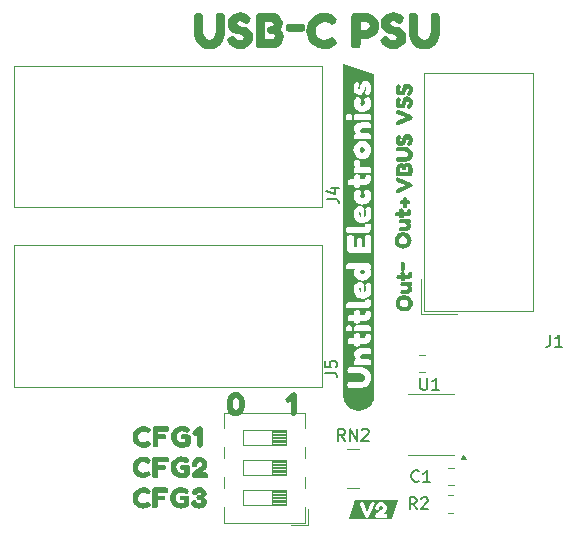
<source format=gbr>
%TF.GenerationSoftware,KiCad,Pcbnew,9.0.4*%
%TF.CreationDate,2025-10-30T13:03:14-05:00*%
%TF.ProjectId,USBCpwr,55534243-7077-4722-9e6b-696361645f70,rev?*%
%TF.SameCoordinates,Original*%
%TF.FileFunction,Legend,Top*%
%TF.FilePolarity,Positive*%
%FSLAX46Y46*%
G04 Gerber Fmt 4.6, Leading zero omitted, Abs format (unit mm)*
G04 Created by KiCad (PCBNEW 9.0.4) date 2025-10-30 13:03:14*
%MOMM*%
%LPD*%
G01*
G04 APERTURE LIST*
%ADD10C,0.150000*%
%ADD11C,0.000000*%
%ADD12C,0.120000*%
G04 APERTURE END LIST*
D10*
X107590830Y-70156107D02*
X107257497Y-69679916D01*
X107019402Y-70156107D02*
X107019402Y-69156107D01*
X107019402Y-69156107D02*
X107400354Y-69156107D01*
X107400354Y-69156107D02*
X107495592Y-69203726D01*
X107495592Y-69203726D02*
X107543211Y-69251345D01*
X107543211Y-69251345D02*
X107590830Y-69346583D01*
X107590830Y-69346583D02*
X107590830Y-69489440D01*
X107590830Y-69489440D02*
X107543211Y-69584678D01*
X107543211Y-69584678D02*
X107495592Y-69632297D01*
X107495592Y-69632297D02*
X107400354Y-69679916D01*
X107400354Y-69679916D02*
X107019402Y-69679916D01*
X108019402Y-70156107D02*
X108019402Y-69156107D01*
X108019402Y-69156107D02*
X108590830Y-70156107D01*
X108590830Y-70156107D02*
X108590830Y-69156107D01*
X109019402Y-69251345D02*
X109067021Y-69203726D01*
X109067021Y-69203726D02*
X109162259Y-69156107D01*
X109162259Y-69156107D02*
X109400354Y-69156107D01*
X109400354Y-69156107D02*
X109495592Y-69203726D01*
X109495592Y-69203726D02*
X109543211Y-69251345D01*
X109543211Y-69251345D02*
X109590830Y-69346583D01*
X109590830Y-69346583D02*
X109590830Y-69441821D01*
X109590830Y-69441821D02*
X109543211Y-69584678D01*
X109543211Y-69584678D02*
X108971783Y-70156107D01*
X108971783Y-70156107D02*
X109590830Y-70156107D01*
X105904819Y-64383333D02*
X106619104Y-64383333D01*
X106619104Y-64383333D02*
X106761961Y-64430952D01*
X106761961Y-64430952D02*
X106857200Y-64526190D01*
X106857200Y-64526190D02*
X106904819Y-64669047D01*
X106904819Y-64669047D02*
X106904819Y-64764285D01*
X105904819Y-63430952D02*
X105904819Y-63907142D01*
X105904819Y-63907142D02*
X106381009Y-63954761D01*
X106381009Y-63954761D02*
X106333390Y-63907142D01*
X106333390Y-63907142D02*
X106285771Y-63811904D01*
X106285771Y-63811904D02*
X106285771Y-63573809D01*
X106285771Y-63573809D02*
X106333390Y-63478571D01*
X106333390Y-63478571D02*
X106381009Y-63430952D01*
X106381009Y-63430952D02*
X106476247Y-63383333D01*
X106476247Y-63383333D02*
X106714342Y-63383333D01*
X106714342Y-63383333D02*
X106809580Y-63430952D01*
X106809580Y-63430952D02*
X106857200Y-63478571D01*
X106857200Y-63478571D02*
X106904819Y-63573809D01*
X106904819Y-63573809D02*
X106904819Y-63811904D01*
X106904819Y-63811904D02*
X106857200Y-63907142D01*
X106857200Y-63907142D02*
X106809580Y-63954761D01*
X124979166Y-61179819D02*
X124979166Y-61894104D01*
X124979166Y-61894104D02*
X124931547Y-62036961D01*
X124931547Y-62036961D02*
X124836309Y-62132200D01*
X124836309Y-62132200D02*
X124693452Y-62179819D01*
X124693452Y-62179819D02*
X124598214Y-62179819D01*
X125979166Y-62179819D02*
X125407738Y-62179819D01*
X125693452Y-62179819D02*
X125693452Y-61179819D01*
X125693452Y-61179819D02*
X125598214Y-61322676D01*
X125598214Y-61322676D02*
X125502976Y-61417914D01*
X125502976Y-61417914D02*
X125407738Y-61465533D01*
X113645833Y-75954819D02*
X113312500Y-75478628D01*
X113074405Y-75954819D02*
X113074405Y-74954819D01*
X113074405Y-74954819D02*
X113455357Y-74954819D01*
X113455357Y-74954819D02*
X113550595Y-75002438D01*
X113550595Y-75002438D02*
X113598214Y-75050057D01*
X113598214Y-75050057D02*
X113645833Y-75145295D01*
X113645833Y-75145295D02*
X113645833Y-75288152D01*
X113645833Y-75288152D02*
X113598214Y-75383390D01*
X113598214Y-75383390D02*
X113550595Y-75431009D01*
X113550595Y-75431009D02*
X113455357Y-75478628D01*
X113455357Y-75478628D02*
X113074405Y-75478628D01*
X114026786Y-75050057D02*
X114074405Y-75002438D01*
X114074405Y-75002438D02*
X114169643Y-74954819D01*
X114169643Y-74954819D02*
X114407738Y-74954819D01*
X114407738Y-74954819D02*
X114502976Y-75002438D01*
X114502976Y-75002438D02*
X114550595Y-75050057D01*
X114550595Y-75050057D02*
X114598214Y-75145295D01*
X114598214Y-75145295D02*
X114598214Y-75240533D01*
X114598214Y-75240533D02*
X114550595Y-75383390D01*
X114550595Y-75383390D02*
X113979167Y-75954819D01*
X113979167Y-75954819D02*
X114598214Y-75954819D01*
X106054819Y-49683333D02*
X106769104Y-49683333D01*
X106769104Y-49683333D02*
X106911961Y-49730952D01*
X106911961Y-49730952D02*
X107007200Y-49826190D01*
X107007200Y-49826190D02*
X107054819Y-49969047D01*
X107054819Y-49969047D02*
X107054819Y-50064285D01*
X106388152Y-48778571D02*
X107054819Y-48778571D01*
X106007200Y-49016666D02*
X106721485Y-49254761D01*
X106721485Y-49254761D02*
X106721485Y-48635714D01*
X113975595Y-64854819D02*
X113975595Y-65664342D01*
X113975595Y-65664342D02*
X114023214Y-65759580D01*
X114023214Y-65759580D02*
X114070833Y-65807200D01*
X114070833Y-65807200D02*
X114166071Y-65854819D01*
X114166071Y-65854819D02*
X114356547Y-65854819D01*
X114356547Y-65854819D02*
X114451785Y-65807200D01*
X114451785Y-65807200D02*
X114499404Y-65759580D01*
X114499404Y-65759580D02*
X114547023Y-65664342D01*
X114547023Y-65664342D02*
X114547023Y-64854819D01*
X115547023Y-65854819D02*
X114975595Y-65854819D01*
X115261309Y-65854819D02*
X115261309Y-64854819D01*
X115261309Y-64854819D02*
X115166071Y-64997676D01*
X115166071Y-64997676D02*
X115070833Y-65092914D01*
X115070833Y-65092914D02*
X114975595Y-65140533D01*
X113833333Y-73559580D02*
X113785714Y-73607200D01*
X113785714Y-73607200D02*
X113642857Y-73654819D01*
X113642857Y-73654819D02*
X113547619Y-73654819D01*
X113547619Y-73654819D02*
X113404762Y-73607200D01*
X113404762Y-73607200D02*
X113309524Y-73511961D01*
X113309524Y-73511961D02*
X113261905Y-73416723D01*
X113261905Y-73416723D02*
X113214286Y-73226247D01*
X113214286Y-73226247D02*
X113214286Y-73083390D01*
X113214286Y-73083390D02*
X113261905Y-72892914D01*
X113261905Y-72892914D02*
X113309524Y-72797676D01*
X113309524Y-72797676D02*
X113404762Y-72702438D01*
X113404762Y-72702438D02*
X113547619Y-72654819D01*
X113547619Y-72654819D02*
X113642857Y-72654819D01*
X113642857Y-72654819D02*
X113785714Y-72702438D01*
X113785714Y-72702438D02*
X113833333Y-72750057D01*
X114785714Y-73654819D02*
X114214286Y-73654819D01*
X114500000Y-73654819D02*
X114500000Y-72654819D01*
X114500000Y-72654819D02*
X114404762Y-72797676D01*
X114404762Y-72797676D02*
X114309524Y-72892914D01*
X114309524Y-72892914D02*
X114214286Y-72940533D01*
D11*
%TO.C,kibuzzard-6903A84F*%
G36*
X111566571Y-76820792D02*
G01*
X111179113Y-76820792D01*
X110334764Y-76820792D01*
X109466237Y-76820792D01*
X108820887Y-76820792D01*
X108433429Y-76820792D01*
X107940954Y-76820792D01*
X108346483Y-75469027D01*
X108839485Y-75469027D01*
X108858083Y-75598283D01*
X109298856Y-76567239D01*
X109362089Y-76636981D01*
X109466237Y-76660229D01*
X109562017Y-76635122D01*
X109626180Y-76567239D01*
X109964585Y-75823319D01*
X110165522Y-75823319D01*
X110168312Y-75887482D01*
X110185980Y-75938627D01*
X110238054Y-75981402D01*
X110334764Y-75994421D01*
X110433333Y-75982332D01*
X110485408Y-75943276D01*
X110503076Y-75895851D01*
X110505866Y-75836338D01*
X110542132Y-75720565D01*
X110650930Y-75681974D01*
X110744850Y-75707082D01*
X110785765Y-75755436D01*
X110792275Y-75804721D01*
X110775769Y-75876323D01*
X110726252Y-75946066D01*
X110655347Y-76009299D01*
X110574678Y-76061373D01*
X110484943Y-76113680D01*
X110386838Y-76177611D01*
X110297103Y-76246191D01*
X110232475Y-76312446D01*
X110182260Y-76398462D01*
X110165522Y-76492847D01*
X110215737Y-76614664D01*
X110334764Y-76665808D01*
X111006152Y-76665808D01*
X111070315Y-76662089D01*
X111123319Y-76643491D01*
X111166094Y-76592346D01*
X111179113Y-76496567D01*
X111166094Y-76397997D01*
X111124249Y-76345923D01*
X111074034Y-76327325D01*
X111009871Y-76323605D01*
X110777396Y-76323605D01*
X110888984Y-76257582D01*
X111002432Y-76159943D01*
X111056134Y-76093920D01*
X111098212Y-76014878D01*
X111125411Y-75926538D01*
X111134478Y-75832618D01*
X111118773Y-75703052D01*
X111071658Y-75587124D01*
X110993133Y-75484835D01*
X110892084Y-75405277D01*
X110777396Y-75357543D01*
X110649070Y-75341631D01*
X110514338Y-75358162D01*
X110397790Y-75407757D01*
X110299428Y-75490415D01*
X110225036Y-75593530D01*
X110180401Y-75704498D01*
X110165522Y-75823319D01*
X109964585Y-75823319D01*
X110066953Y-75598283D01*
X110088340Y-75469957D01*
X109981402Y-75380687D01*
X109843777Y-75353720D01*
X109756366Y-75458798D01*
X109462518Y-76182260D01*
X109168670Y-75458798D01*
X109083119Y-75352790D01*
X108943634Y-75380687D01*
X108839485Y-75469027D01*
X108346483Y-75469027D01*
X108433429Y-75179208D01*
X108820887Y-75179208D01*
X111179113Y-75179208D01*
X111566571Y-75179208D01*
X112059046Y-75179208D01*
X111566571Y-76820792D01*
G37*
%TO.C,kibuzzard-6903877E*%
G36*
X98524132Y-66025551D02*
G01*
X98677924Y-66081345D01*
X98805248Y-66164679D01*
X98901100Y-66265895D01*
X98973703Y-66385351D01*
X99031286Y-66523405D01*
X99072773Y-66664679D01*
X99097094Y-66793792D01*
X99108896Y-66917540D01*
X99112831Y-67042719D01*
X99108539Y-67171116D01*
X99095663Y-67298799D01*
X99070270Y-67430415D01*
X99028424Y-67570616D01*
X98970842Y-67706166D01*
X98898238Y-67823834D01*
X98803102Y-67923262D01*
X98677924Y-68004092D01*
X98526994Y-68057740D01*
X98354605Y-68075623D01*
X98343160Y-68074709D01*
X98202244Y-68063463D01*
X98065620Y-68026982D01*
X97948668Y-67968684D01*
X97855320Y-67891073D01*
X97715120Y-67702232D01*
X97663975Y-67594936D01*
X97627852Y-67476195D01*
X97587795Y-67248727D01*
X97576507Y-67042719D01*
X98099955Y-67042719D01*
X98115155Y-67264285D01*
X98160756Y-67422547D01*
X98236758Y-67517504D01*
X98343160Y-67549156D01*
X98461901Y-67510530D01*
X98534862Y-67423262D01*
X98572058Y-67294507D01*
X98587795Y-67168613D01*
X98589225Y-67054164D01*
X98589225Y-67039857D01*
X98574025Y-66817039D01*
X98528424Y-66657883D01*
X98452423Y-66562390D01*
X98346021Y-66530558D01*
X98238367Y-66562568D01*
X98161472Y-66658598D01*
X98115334Y-66818649D01*
X98099955Y-67042719D01*
X97576507Y-67042719D01*
X97576350Y-67039857D01*
X97579926Y-66919686D01*
X97590656Y-66799514D01*
X97613904Y-66672189D01*
X97655034Y-66530558D01*
X97712616Y-66391073D01*
X97785220Y-66270186D01*
X97881786Y-66167540D01*
X98011257Y-66082776D01*
X98168625Y-66025909D01*
X98348882Y-66006953D01*
X98524132Y-66025551D01*
G37*
G36*
X103459039Y-66094221D02*
G01*
X103516264Y-66298799D01*
X103516264Y-67786639D01*
X103459039Y-67986925D01*
X103255892Y-68044149D01*
X103055606Y-67986925D01*
X102998381Y-67783777D01*
X102998381Y-66816681D01*
X102969769Y-66842432D01*
X102793803Y-66925408D01*
X102623560Y-66825265D01*
X102534862Y-66636424D01*
X102567766Y-66544865D01*
X102655034Y-66447583D01*
X103018410Y-66121402D01*
X103064190Y-66084206D01*
X103258753Y-66035566D01*
X103459039Y-66094221D01*
G37*
%TO.C,kibuzzard-67742BF7*%
G36*
X113072818Y-51390558D02*
G01*
X113118884Y-51401574D01*
X113159943Y-51429614D01*
X113184979Y-51483691D01*
X113195994Y-51571817D01*
X113172461Y-51691488D01*
X113101860Y-51746066D01*
X113170959Y-51843705D01*
X113193991Y-51952361D01*
X113177746Y-52074758D01*
X113129010Y-52182912D01*
X113047783Y-52276824D01*
X112942744Y-52349150D01*
X112822572Y-52392545D01*
X112687268Y-52407010D01*
X112360801Y-52407010D01*
X112291702Y-52404006D01*
X112237625Y-52384979D01*
X112192561Y-52328898D01*
X112178541Y-52224750D01*
X112192561Y-52120601D01*
X112238627Y-52064521D01*
X112293705Y-52045494D01*
X112362804Y-52042489D01*
X112687268Y-52042489D01*
X112793419Y-52004435D01*
X112831474Y-51898283D01*
X112792418Y-51793133D01*
X112687268Y-51754077D01*
X112358798Y-51754077D01*
X112291702Y-51751073D01*
X112237625Y-51732046D01*
X112192561Y-51676967D01*
X112178541Y-51571817D01*
X112192561Y-51467668D01*
X112238627Y-51411588D01*
X112293705Y-51392561D01*
X112360801Y-51389557D01*
X113019742Y-51389557D01*
X113072818Y-51390558D01*
G37*
G36*
X112765379Y-49528898D02*
G01*
X112815451Y-49567954D01*
X112832475Y-49614020D01*
X112835479Y-49671102D01*
X112835479Y-49813305D01*
X112967668Y-49813305D01*
X113028755Y-49816309D01*
X113077825Y-49833333D01*
X113118884Y-49883405D01*
X113131903Y-49979542D01*
X113118884Y-50073677D01*
X113076824Y-50123748D01*
X113026753Y-50140773D01*
X112965665Y-50143777D01*
X112835479Y-50143777D01*
X112835479Y-50287983D01*
X112832475Y-50345064D01*
X112815451Y-50391130D01*
X112765379Y-50430186D01*
X112669242Y-50442203D01*
X112573104Y-50429185D01*
X112523033Y-50387124D01*
X112506009Y-50336052D01*
X112503004Y-50273963D01*
X112503004Y-50143777D01*
X112370815Y-50143777D01*
X112309728Y-50140773D01*
X112260658Y-50123748D01*
X112220601Y-50073677D01*
X112208584Y-49977539D01*
X112221602Y-49883405D01*
X112262661Y-49833333D01*
X112311731Y-49816309D01*
X112372818Y-49813305D01*
X112503004Y-49813305D01*
X112503004Y-49681116D01*
X112506009Y-49620029D01*
X112523033Y-49570959D01*
X112574106Y-49529900D01*
X112671245Y-49516881D01*
X112765379Y-49528898D01*
G37*
G36*
X112465951Y-50505293D02*
G01*
X112521030Y-50549356D01*
X112542060Y-50604435D01*
X112547067Y-50672532D01*
X112545064Y-50776681D01*
X112777396Y-50776681D01*
X112837482Y-50765665D01*
X112853505Y-50722604D01*
X112857511Y-50648498D01*
X112876538Y-50594421D01*
X112925608Y-50554363D01*
X113017740Y-50542346D01*
X113120887Y-50557368D01*
X113175966Y-50604435D01*
X113194993Y-50659514D01*
X113197997Y-50724607D01*
X113187093Y-50853791D01*
X113154379Y-50958274D01*
X113099857Y-51038054D01*
X113022413Y-51094246D01*
X112920935Y-51127961D01*
X112795422Y-51139199D01*
X112541059Y-51139199D01*
X112541059Y-51189270D01*
X112496996Y-51282403D01*
X112364807Y-51309442D01*
X112235622Y-51277396D01*
X112192561Y-51181259D01*
X112192561Y-51139199D01*
X112018312Y-51139199D01*
X111951216Y-51136195D01*
X111899142Y-51117167D01*
X111857082Y-51062089D01*
X111844063Y-50956938D01*
X111858083Y-50855794D01*
X111903147Y-50800715D01*
X111959227Y-50780687D01*
X112026323Y-50776681D01*
X112186552Y-50776681D01*
X112182546Y-50670529D01*
X112183548Y-50617454D01*
X112194564Y-50570386D01*
X112222604Y-50527325D01*
X112277682Y-50501288D01*
X112366810Y-50490272D01*
X112465951Y-50505293D01*
G37*
G36*
X113207010Y-53320064D02*
G01*
X113167954Y-53449499D01*
X113102861Y-53568419D01*
X113011731Y-53676824D01*
X112902200Y-53767078D01*
X112781903Y-53831545D01*
X112650840Y-53870225D01*
X112509013Y-53883119D01*
X112362554Y-53870601D01*
X112227611Y-53833047D01*
X112104185Y-53770458D01*
X111992275Y-53682833D01*
X111899392Y-53577307D01*
X111833047Y-53461016D01*
X111793240Y-53333959D01*
X111779971Y-53196137D01*
X111780716Y-53188126D01*
X112146495Y-53188126D01*
X112172282Y-53314306D01*
X112249642Y-53420458D01*
X112364056Y-53492561D01*
X112501001Y-53516595D01*
X112635193Y-53492310D01*
X112749356Y-53419456D01*
X112827468Y-53313555D01*
X112853505Y-53190129D01*
X112828219Y-53062697D01*
X112752361Y-52956795D01*
X112638948Y-52885443D01*
X112501001Y-52861660D01*
X112364056Y-52885694D01*
X112249642Y-52957797D01*
X112172282Y-53063448D01*
X112146495Y-53188126D01*
X111780716Y-53188126D01*
X111793053Y-53055436D01*
X111832296Y-52925751D01*
X111897702Y-52807082D01*
X111989270Y-52699428D01*
X112099741Y-52610050D01*
X112221853Y-52546209D01*
X112355606Y-52507904D01*
X112501001Y-52495136D01*
X112643893Y-52507716D01*
X112776144Y-52545458D01*
X112897756Y-52608360D01*
X113008727Y-52696423D01*
X113101171Y-52802137D01*
X113167203Y-52917990D01*
X113206822Y-53043982D01*
X113220029Y-53180114D01*
X113219097Y-53190129D01*
X113207010Y-53320064D01*
G37*
%TO.C,kibuzzard-67742BC8*%
G36*
X112159371Y-42139628D02*
G01*
X113202861Y-42614306D01*
X113275966Y-42683405D01*
X113303004Y-42786552D01*
X113277969Y-42898712D01*
X113202861Y-42966810D01*
X112159371Y-43441488D01*
X112020172Y-43461516D01*
X111925036Y-43349356D01*
X111894993Y-43199142D01*
X112009156Y-43107010D01*
X112788269Y-42790558D01*
X112009156Y-42474106D01*
X111895994Y-42379971D01*
X111925036Y-42231760D01*
X112021173Y-42116595D01*
X112159371Y-42139628D01*
G37*
G36*
X112947997Y-39926967D02*
G01*
X113034621Y-39952504D01*
X113169814Y-40039628D01*
X113258941Y-40162804D01*
X113310014Y-40300000D01*
X113325036Y-40433190D01*
X113316023Y-40545351D01*
X113293991Y-40639485D01*
X113260944Y-40716595D01*
X113222890Y-40778684D01*
X113183834Y-40826753D01*
X113148784Y-40861803D01*
X113120744Y-40883834D01*
X113106724Y-40895851D01*
X112976538Y-40945923D01*
X112848355Y-40861803D01*
X112802066Y-40778573D01*
X112815419Y-40691782D01*
X112888412Y-40601431D01*
X112961516Y-40520315D01*
X112980544Y-40441202D01*
X112951502Y-40323033D01*
X112858369Y-40286981D01*
X112796280Y-40339056D01*
X112749213Y-40496280D01*
X112723426Y-40591667D01*
X112696137Y-40667525D01*
X112632046Y-40779685D01*
X112545923Y-40859800D01*
X112437768Y-40907868D01*
X112307582Y-40923891D01*
X112191750Y-40908981D01*
X112089938Y-40864251D01*
X112002146Y-40789700D01*
X111934828Y-40692450D01*
X111894436Y-40579622D01*
X111880973Y-40451216D01*
X111894325Y-40300111D01*
X111934382Y-40172596D01*
X112001144Y-40068670D01*
X112104292Y-39996567D01*
X112227468Y-40044635D01*
X112324607Y-40162804D01*
X112287554Y-40296996D01*
X112268526Y-40320029D01*
X112245494Y-40348069D01*
X112230472Y-40387124D01*
X112223462Y-40453219D01*
X112248498Y-40527325D01*
X112309585Y-40559371D01*
X112374678Y-40524320D01*
X112409728Y-40445207D01*
X112434764Y-40323033D01*
X112465808Y-40194850D01*
X112517883Y-40081438D01*
X112593991Y-39993562D01*
X112702647Y-39937232D01*
X112852361Y-39918455D01*
X112947997Y-39926967D01*
G37*
G36*
X112947997Y-41012518D02*
G01*
X113034621Y-41038054D01*
X113169814Y-41125179D01*
X113258941Y-41248355D01*
X113310014Y-41385551D01*
X113325036Y-41518741D01*
X113316023Y-41630901D01*
X113293991Y-41725036D01*
X113260944Y-41802146D01*
X113222890Y-41864235D01*
X113183834Y-41912303D01*
X113148784Y-41947353D01*
X113120744Y-41969385D01*
X113106724Y-41981402D01*
X112976538Y-42031474D01*
X112848355Y-41947353D01*
X112802066Y-41864123D01*
X112815419Y-41777333D01*
X112888412Y-41686981D01*
X112961516Y-41605866D01*
X112980544Y-41526753D01*
X112951502Y-41408584D01*
X112858369Y-41372532D01*
X112796280Y-41424607D01*
X112749213Y-41581831D01*
X112723426Y-41677217D01*
X112696137Y-41753076D01*
X112632046Y-41865236D01*
X112545923Y-41945351D01*
X112437768Y-41993419D01*
X112307582Y-42009442D01*
X112191750Y-41994532D01*
X112089938Y-41949801D01*
X112002146Y-41875250D01*
X111934828Y-41778000D01*
X111894436Y-41665172D01*
X111880973Y-41536767D01*
X111894325Y-41385662D01*
X111934382Y-41258147D01*
X112001144Y-41154220D01*
X112104292Y-41082117D01*
X112227468Y-41130186D01*
X112324607Y-41248355D01*
X112287554Y-41382546D01*
X112268526Y-41405579D01*
X112245494Y-41433619D01*
X112230472Y-41472675D01*
X112223462Y-41538770D01*
X112248498Y-41612876D01*
X112309585Y-41644921D01*
X112374678Y-41609871D01*
X112409728Y-41530758D01*
X112434764Y-41408584D01*
X112465808Y-41280401D01*
X112517883Y-41166989D01*
X112593991Y-41079113D01*
X112702647Y-41022783D01*
X112852361Y-41004006D01*
X112947997Y-41012518D01*
G37*
D12*
%TO.C,RN2*%
X108781307Y-74181288D02*
X107781307Y-74181288D01*
X108781307Y-70821288D02*
X107781307Y-70821288D01*
%TO.C,J5*%
X79600000Y-53600000D02*
X105600000Y-53600000D01*
X105600000Y-65600000D01*
X79600000Y-65600000D01*
X79600000Y-53600000D01*
%TO.C,R2*%
X116272936Y-76235000D02*
X116727064Y-76235000D01*
X116272936Y-74765000D02*
X116727064Y-74765000D01*
%TO.C,J4*%
X79600000Y-38400000D02*
X105600000Y-38400000D01*
X105600000Y-50400000D01*
X79600000Y-50400000D01*
X79600000Y-38400000D01*
D11*
%TO.C,kibuzzard-67742BCF*%
G36*
X112158369Y-47882690D02*
G01*
X113201860Y-48357368D01*
X113274964Y-48426466D01*
X113302003Y-48529614D01*
X113276967Y-48641774D01*
X113201860Y-48709871D01*
X112158369Y-49184549D01*
X112019170Y-49204578D01*
X111924034Y-49092418D01*
X111893991Y-48942203D01*
X112008155Y-48850072D01*
X112787268Y-48533619D01*
X112008155Y-48217167D01*
X111894993Y-48123033D01*
X111924034Y-47974821D01*
X112020172Y-47859657D01*
X112158369Y-47882690D01*
G37*
G36*
X112770243Y-45299249D02*
G01*
X112889413Y-45330043D01*
X113002825Y-45379864D01*
X113106724Y-45447210D01*
X113196102Y-45534585D01*
X113265951Y-45644492D01*
X113311016Y-45771924D01*
X113326037Y-45911874D01*
X113310765Y-46051574D01*
X113264950Y-46178255D01*
X113194099Y-46287160D01*
X113103720Y-46373534D01*
X112999070Y-46439878D01*
X112885408Y-46488698D01*
X112766237Y-46518741D01*
X112645064Y-46528755D01*
X112084263Y-46528755D01*
X112015165Y-46525751D01*
X111960086Y-46506724D01*
X111914020Y-46450644D01*
X111900000Y-46344492D01*
X111914020Y-46239342D01*
X111959084Y-46184263D01*
X112015165Y-46164235D01*
X112086266Y-46160229D01*
X112645064Y-46160229D01*
X112786266Y-46140200D01*
X112904435Y-46060086D01*
X112944242Y-45991488D01*
X112957511Y-45905866D01*
X112935980Y-45803219D01*
X112871388Y-45723605D01*
X112771245Y-45672532D01*
X112643062Y-45655508D01*
X112074249Y-45655508D01*
X112009156Y-45651502D01*
X111957082Y-45631474D01*
X111914020Y-45575393D01*
X111900000Y-45471245D01*
X111914020Y-45367096D01*
X111961087Y-45311016D01*
X112017167Y-45291989D01*
X112086266Y-45288984D01*
X112649070Y-45288984D01*
X112770243Y-45299249D01*
G37*
G36*
X112967748Y-46640582D02*
G01*
X113075234Y-46684979D01*
X113169814Y-46758083D01*
X113243252Y-46851216D01*
X113287315Y-46955699D01*
X113302003Y-47071531D01*
X113302003Y-47377969D01*
X113287983Y-47666381D01*
X113241917Y-47722461D01*
X113185837Y-47741488D01*
X113115737Y-47744492D01*
X112082260Y-47744492D01*
X112015165Y-47741488D01*
X111960086Y-47722461D01*
X111914020Y-47666381D01*
X111900000Y-47560229D01*
X111900000Y-47135622D01*
X112266524Y-47135622D01*
X112266524Y-47377969D01*
X112935479Y-47377969D01*
X112935479Y-47091559D01*
X112933476Y-47063519D01*
X112922461Y-47032475D01*
X112888412Y-47002432D01*
X112825322Y-46991416D01*
X112742203Y-47017454D01*
X112723176Y-47101574D01*
X112723176Y-47127611D01*
X112688126Y-47241774D01*
X112568956Y-47275823D01*
X112453791Y-47239771D01*
X112420744Y-47117597D01*
X112420744Y-47093562D01*
X112406724Y-47045494D01*
X112344635Y-47031474D01*
X112282546Y-47052504D01*
X112266524Y-47135622D01*
X111900000Y-47135622D01*
X111900000Y-47091559D01*
X111914131Y-46978732D01*
X111956525Y-46877921D01*
X112027182Y-46789127D01*
X112117199Y-46720140D01*
X112217676Y-46678747D01*
X112328612Y-46664950D01*
X112445780Y-46681474D01*
X112552933Y-46731044D01*
X112693634Y-46651431D01*
X112847353Y-46624893D01*
X112967748Y-46640582D01*
G37*
G36*
X112946996Y-44183906D02*
G01*
X113033619Y-44209442D01*
X113168813Y-44296567D01*
X113257940Y-44419742D01*
X113309013Y-44556938D01*
X113324034Y-44690129D01*
X113315021Y-44802289D01*
X113292990Y-44896423D01*
X113259943Y-44973534D01*
X113221888Y-45035622D01*
X113182833Y-45083691D01*
X113147783Y-45118741D01*
X113119742Y-45140773D01*
X113105722Y-45152790D01*
X112975536Y-45202861D01*
X112847353Y-45118741D01*
X112801065Y-45035511D01*
X112814417Y-44948720D01*
X112887411Y-44858369D01*
X112960515Y-44777253D01*
X112979542Y-44698140D01*
X112950501Y-44579971D01*
X112857368Y-44543920D01*
X112795279Y-44595994D01*
X112748212Y-44753219D01*
X112722425Y-44848605D01*
X112695136Y-44924464D01*
X112631044Y-45036624D01*
X112544921Y-45116738D01*
X112436767Y-45164807D01*
X112306581Y-45180830D01*
X112190749Y-45165920D01*
X112088937Y-45121189D01*
X112001144Y-45046638D01*
X111933826Y-44949388D01*
X111893435Y-44836560D01*
X111879971Y-44708155D01*
X111893324Y-44557050D01*
X111933381Y-44429534D01*
X112000143Y-44325608D01*
X112103290Y-44253505D01*
X112226466Y-44301574D01*
X112323605Y-44419742D01*
X112286552Y-44553934D01*
X112267525Y-44576967D01*
X112244492Y-44605007D01*
X112229471Y-44644063D01*
X112222461Y-44710157D01*
X112247496Y-44784263D01*
X112308584Y-44816309D01*
X112373677Y-44781259D01*
X112408727Y-44702146D01*
X112433763Y-44579971D01*
X112464807Y-44451788D01*
X112516881Y-44338376D01*
X112592990Y-44250501D01*
X112701645Y-44194170D01*
X112851359Y-44175393D01*
X112946996Y-44183906D01*
G37*
%TO.C,kibuzzard-67742CFE*%
G36*
X108950286Y-57258536D02*
G01*
X108950286Y-57578994D01*
X108822961Y-57511755D01*
X108767167Y-57350095D01*
X108797210Y-57227062D01*
X108881617Y-57181283D01*
X108950286Y-57258536D01*
G37*
G36*
X108950286Y-50855103D02*
G01*
X108950286Y-51175560D01*
X108822961Y-51108321D01*
X108767167Y-50946662D01*
X108797210Y-50823629D01*
X108881617Y-50777849D01*
X108950286Y-50855103D01*
G37*
G36*
X109209227Y-55724917D02*
G01*
X109270744Y-55867978D01*
X109209227Y-56013901D01*
X109064735Y-56076848D01*
X108918813Y-56016762D01*
X108858727Y-55870839D01*
X108918813Y-55724917D01*
X109064735Y-55664831D01*
X109209227Y-55724917D01*
G37*
G36*
X109236409Y-45378708D02*
G01*
X109293634Y-45538937D01*
X109236409Y-45696304D01*
X109061874Y-45770696D01*
X108894492Y-45703457D01*
X108827253Y-45541798D01*
X108890200Y-45367263D01*
X109059013Y-45301454D01*
X109236409Y-45378708D01*
G37*
G36*
X110061397Y-41578994D02*
G01*
X110061397Y-42760682D01*
X110061397Y-43458822D01*
X110061397Y-45533214D01*
X110061397Y-47227062D01*
X110061397Y-47933786D01*
X110061397Y-49415904D01*
X110061397Y-50943801D01*
X110061397Y-51965260D01*
X110061397Y-54013901D01*
X110061397Y-55398736D01*
X110061397Y-57347234D01*
X110061397Y-58368693D01*
X110061397Y-59424487D01*
X110061397Y-60649094D01*
X110061397Y-61370124D01*
X110061397Y-62574702D01*
X110061397Y-64823629D01*
X110061397Y-65704888D01*
X110061397Y-66300978D01*
X110055082Y-66429517D01*
X110036199Y-66556818D01*
X110004929Y-66681656D01*
X109961573Y-66802828D01*
X109906549Y-66919166D01*
X109840387Y-67029551D01*
X109763724Y-67132919D01*
X109677298Y-67228275D01*
X109581942Y-67314701D01*
X109478573Y-67391365D01*
X109368188Y-67457527D01*
X109251850Y-67512551D01*
X109130679Y-67555906D01*
X109005841Y-67587177D01*
X108878539Y-67606060D01*
X108750000Y-67612375D01*
X108621461Y-67606060D01*
X108494159Y-67587177D01*
X108369321Y-67555906D01*
X108248150Y-67512551D01*
X108131812Y-67457527D01*
X108021427Y-67391365D01*
X107918058Y-67314701D01*
X107822702Y-67228275D01*
X107736276Y-67132919D01*
X107659613Y-67029551D01*
X107593451Y-66919166D01*
X107538427Y-66802828D01*
X107495071Y-66681656D01*
X107463801Y-66556818D01*
X107444918Y-66429517D01*
X107438603Y-66300978D01*
X107438603Y-65704888D01*
X107438603Y-64194158D01*
X107785765Y-64194158D01*
X107805794Y-64342942D01*
X107867310Y-64423057D01*
X107941702Y-64451669D01*
X108034692Y-64457392D01*
X108847282Y-64457392D01*
X109030401Y-64481712D01*
X109173462Y-64554673D01*
X109265737Y-64668407D01*
X109296495Y-64815045D01*
X109277539Y-64937363D01*
X109220672Y-65035360D01*
X109051860Y-65149809D01*
X108850143Y-65178422D01*
X108051860Y-65178422D01*
X107950286Y-65184144D01*
X107870172Y-65212756D01*
X107805794Y-65291440D01*
X107785765Y-65441655D01*
X107805794Y-65593300D01*
X107871602Y-65673414D01*
X107950286Y-65700596D01*
X108048999Y-65704888D01*
X108850143Y-65704888D01*
X109023247Y-65690582D01*
X109193491Y-65647663D01*
X109355866Y-65577921D01*
X109505365Y-65483143D01*
X109634478Y-65359752D01*
X109735694Y-65204173D01*
X109801144Y-65023200D01*
X109822961Y-64823629D01*
X109801502Y-64623701D01*
X109737124Y-64441655D01*
X109637339Y-64284645D01*
X109509657Y-64159824D01*
X109361230Y-64063615D01*
X109199213Y-63992442D01*
X109028970Y-63948450D01*
X108855866Y-63933786D01*
X108051860Y-63933786D01*
X107953147Y-63938078D01*
X107873033Y-63965260D01*
X107805794Y-64045374D01*
X107785765Y-64194158D01*
X107438603Y-64194158D01*
X107438603Y-62895160D01*
X108337983Y-62895160D01*
X108392346Y-63102599D01*
X108515379Y-63255675D01*
X108456724Y-63264258D01*
X108402361Y-63295732D01*
X108355150Y-63372985D01*
X108337983Y-63507463D01*
X108356581Y-63656247D01*
X108418097Y-63734931D01*
X108492489Y-63762113D01*
X108586910Y-63767835D01*
X109528255Y-63767835D01*
X109626967Y-63763543D01*
X109704220Y-63736361D01*
X109768598Y-63657678D01*
X109788627Y-63510324D01*
X109768598Y-63361540D01*
X109704220Y-63281426D01*
X109626967Y-63254244D01*
X109531116Y-63249952D01*
X109061874Y-63249952D01*
X108911660Y-63192728D01*
X108855866Y-63041082D01*
X108910229Y-62890868D01*
X109061874Y-62837935D01*
X109528255Y-62837935D01*
X109624106Y-62833643D01*
X109702790Y-62806462D01*
X109768598Y-62726347D01*
X109788627Y-62574702D01*
X109768598Y-62424487D01*
X109704220Y-62345804D01*
X109626967Y-62318622D01*
X109531116Y-62314330D01*
X109061874Y-62314330D01*
X108862860Y-62331179D01*
X108689278Y-62381728D01*
X108541130Y-62465975D01*
X108428271Y-62581060D01*
X108360555Y-62724122D01*
X108337983Y-62895160D01*
X107438603Y-62895160D01*
X107438603Y-61702027D01*
X107857296Y-61702027D01*
X107875894Y-61852241D01*
X107935980Y-61930925D01*
X108010372Y-61958107D01*
X108106223Y-61962399D01*
X108355150Y-61962399D01*
X108355150Y-62022485D01*
X108416667Y-62159824D01*
X108601216Y-62205603D01*
X108790057Y-62166977D01*
X108853004Y-62033929D01*
X108853004Y-61962399D01*
X109216381Y-61962399D01*
X109395684Y-61946344D01*
X109540653Y-61898180D01*
X109651288Y-61817907D01*
X109729177Y-61703934D01*
X109775910Y-61554673D01*
X109791488Y-61370124D01*
X109787196Y-61277134D01*
X109760014Y-61198450D01*
X109681330Y-61131211D01*
X109533977Y-61109752D01*
X109402361Y-61126919D01*
X109332260Y-61184144D01*
X109305079Y-61261397D01*
X109299356Y-61367263D01*
X109276466Y-61428779D01*
X109190629Y-61444516D01*
X108858727Y-61444516D01*
X108861588Y-61295732D01*
X108854435Y-61198450D01*
X108824392Y-61119766D01*
X108745708Y-61056819D01*
X108604077Y-61035360D01*
X108476753Y-61051097D01*
X108398069Y-61088293D01*
X108358011Y-61149809D01*
X108342275Y-61217048D01*
X108340844Y-61292871D01*
X108346567Y-61444516D01*
X108117668Y-61444516D01*
X108021817Y-61450238D01*
X107941702Y-61478851D01*
X107877325Y-61557535D01*
X107857296Y-61702027D01*
X107438603Y-61702027D01*
X107438603Y-60646233D01*
X107682761Y-60646233D01*
X107702790Y-60795017D01*
X107767167Y-60875131D01*
X107844421Y-60902313D01*
X107940272Y-60906605D01*
X108036123Y-60902313D01*
X108114807Y-60875131D01*
X108180615Y-60796447D01*
X108200644Y-60649094D01*
X108200263Y-60646233D01*
X108340844Y-60646233D01*
X108341229Y-60649094D01*
X108360873Y-60795017D01*
X108425250Y-60875131D01*
X108502504Y-60902313D01*
X108598355Y-60906605D01*
X109531116Y-60906605D01*
X109629828Y-60902313D01*
X109707082Y-60875131D01*
X109771459Y-60796447D01*
X109791488Y-60649094D01*
X109771459Y-60498879D01*
X109707082Y-60420196D01*
X109631259Y-60393014D01*
X109533977Y-60388722D01*
X108604077Y-60388722D01*
X108505365Y-60393014D01*
X108426681Y-60420196D01*
X108360873Y-60498879D01*
X108340844Y-60646233D01*
X108200263Y-60646233D01*
X108180615Y-60498879D01*
X108116237Y-60420196D01*
X108040415Y-60393014D01*
X107943133Y-60388722D01*
X107847282Y-60393014D01*
X107768598Y-60420196D01*
X107702790Y-60498879D01*
X107682761Y-60646233D01*
X107438603Y-60646233D01*
X107438603Y-59756390D01*
X107857296Y-59756390D01*
X107875894Y-59906605D01*
X107935980Y-59985289D01*
X108010372Y-60012470D01*
X108106223Y-60016762D01*
X108355150Y-60016762D01*
X108355150Y-60076848D01*
X108416667Y-60214187D01*
X108601216Y-60259967D01*
X108790057Y-60221340D01*
X108853004Y-60088293D01*
X108853004Y-60016762D01*
X109216381Y-60016762D01*
X109395684Y-60000707D01*
X109540653Y-59952543D01*
X109651288Y-59872270D01*
X109729177Y-59758298D01*
X109775910Y-59609037D01*
X109791488Y-59424487D01*
X109787196Y-59331497D01*
X109760014Y-59252814D01*
X109681330Y-59185575D01*
X109533977Y-59164115D01*
X109402361Y-59181283D01*
X109332260Y-59238507D01*
X109305079Y-59315761D01*
X109299356Y-59421626D01*
X109276466Y-59483143D01*
X109190629Y-59498879D01*
X108858727Y-59498879D01*
X108861588Y-59350095D01*
X108854435Y-59252814D01*
X108824392Y-59174130D01*
X108745708Y-59111183D01*
X108604077Y-59089723D01*
X108476753Y-59105460D01*
X108398069Y-59142656D01*
X108358011Y-59204173D01*
X108342275Y-59271412D01*
X108340844Y-59347234D01*
X108346567Y-59498879D01*
X108117668Y-59498879D01*
X108021817Y-59504602D01*
X107941702Y-59533214D01*
X107877325Y-59611898D01*
X107857296Y-59756390D01*
X107438603Y-59756390D01*
X107438603Y-58700596D01*
X107677039Y-58700596D01*
X107697067Y-58849380D01*
X107761445Y-58929495D01*
X107838698Y-58956676D01*
X107937411Y-58960968D01*
X109204936Y-58960968D01*
X109379828Y-58953815D01*
X109515379Y-58932356D01*
X109692775Y-58826490D01*
X109772890Y-58649094D01*
X109786838Y-58528922D01*
X109791488Y-58368693D01*
X109787196Y-58305746D01*
X109761445Y-58249952D01*
X109682761Y-58201311D01*
X109533977Y-58185575D01*
X109393777Y-58201311D01*
X109319385Y-58249952D01*
X109295064Y-58305746D01*
X109290773Y-58365832D01*
X109275036Y-58433071D01*
X109173462Y-58443085D01*
X107940272Y-58443085D01*
X107842990Y-58448808D01*
X107762876Y-58475990D01*
X107697067Y-58553243D01*
X107677039Y-58700596D01*
X107438603Y-58700596D01*
X107438603Y-57344373D01*
X108306509Y-57344373D01*
X108330194Y-57561032D01*
X108401248Y-57749396D01*
X108519671Y-57909466D01*
X108675608Y-58031068D01*
X108859204Y-58104030D01*
X109070458Y-58128350D01*
X109200644Y-58117263D01*
X109327969Y-58084001D01*
X109451001Y-58028922D01*
X109568312Y-57952384D01*
X109671674Y-57847592D01*
X109752861Y-57707749D01*
X109805436Y-57538937D01*
X109822961Y-57347234D01*
X109806688Y-57086862D01*
X109757868Y-56900882D01*
X109676502Y-56789294D01*
X109562589Y-56752098D01*
X109430973Y-56789294D01*
X109327969Y-56866547D01*
X109293634Y-56960968D01*
X109330830Y-57092585D01*
X109368026Y-57324344D01*
X109327969Y-57493157D01*
X109219242Y-57578994D01*
X109219242Y-56969552D01*
X109197425Y-56853314D01*
X109131974Y-56762113D01*
X109026466Y-56703100D01*
X108884478Y-56683429D01*
X108683476Y-56725990D01*
X108492489Y-56853672D01*
X108389167Y-56983858D01*
X108327174Y-57147425D01*
X108306509Y-57344373D01*
X107438603Y-57344373D01*
X107438603Y-55401598D01*
X107682761Y-55401598D01*
X107697067Y-55526061D01*
X107737124Y-55600453D01*
X107797210Y-55637649D01*
X107868741Y-55649094D01*
X107943133Y-55647663D01*
X108435265Y-55647663D01*
X108364449Y-55779995D01*
X108340844Y-55936648D01*
X108365323Y-56100691D01*
X108438762Y-56253290D01*
X108561159Y-56394444D01*
X108714394Y-56507304D01*
X108880345Y-56575020D01*
X109059013Y-56597592D01*
X109242450Y-56575179D01*
X109411262Y-56507940D01*
X109565451Y-56395875D01*
X109687848Y-56255198D01*
X109761286Y-56102122D01*
X109785765Y-55936648D01*
X109760014Y-55772127D01*
X109682761Y-55633357D01*
X109762160Y-55551812D01*
X109788627Y-55398736D01*
X109768598Y-55251383D01*
X109702790Y-55172699D01*
X109624106Y-55145517D01*
X109528255Y-55141226D01*
X107940272Y-55141226D01*
X107844421Y-55145517D01*
X107767167Y-55172699D01*
X107702790Y-55251383D01*
X107682761Y-55401598D01*
X107438603Y-55401598D01*
X107438603Y-52958107D01*
X107788627Y-52958107D01*
X107788627Y-54005317D01*
X107844421Y-54215618D01*
X108048999Y-54274273D01*
X109528255Y-54274273D01*
X109626967Y-54269981D01*
X109705651Y-54242799D01*
X109771459Y-54162685D01*
X109791488Y-54013901D01*
X109791488Y-52960968D01*
X109787196Y-52862256D01*
X109760014Y-52783572D01*
X109679900Y-52717763D01*
X109531116Y-52697735D01*
X109379471Y-52717763D01*
X109299356Y-52782141D01*
X109272175Y-52859394D01*
X109267883Y-52958107D01*
X109267883Y-53750668D01*
X109013233Y-53750668D01*
X109013233Y-53227062D01*
X109008941Y-53132642D01*
X108986052Y-53061111D01*
X108920243Y-53005317D01*
X108792918Y-52989580D01*
X108662732Y-53005317D01*
X108594063Y-53059680D01*
X108571173Y-53128350D01*
X108566881Y-53221340D01*
X108566881Y-53750668D01*
X108312232Y-53750668D01*
X108312232Y-52960968D01*
X108307940Y-52862256D01*
X108280758Y-52783572D01*
X108200644Y-52717763D01*
X108051860Y-52697735D01*
X107900215Y-52717763D01*
X107820100Y-52782141D01*
X107792918Y-52859394D01*
X107788627Y-52958107D01*
X107438603Y-52958107D01*
X107438603Y-52297163D01*
X107677039Y-52297163D01*
X107697067Y-52445947D01*
X107761445Y-52526061D01*
X107838698Y-52553243D01*
X107937411Y-52557535D01*
X109204936Y-52557535D01*
X109379828Y-52550381D01*
X109515379Y-52528922D01*
X109692775Y-52423057D01*
X109772890Y-52245660D01*
X109786838Y-52125489D01*
X109791488Y-51965260D01*
X109787196Y-51902313D01*
X109761445Y-51846519D01*
X109682761Y-51797878D01*
X109533977Y-51782141D01*
X109393777Y-51797878D01*
X109319385Y-51846519D01*
X109295064Y-51902313D01*
X109290773Y-51962399D01*
X109275036Y-52029638D01*
X109173462Y-52039652D01*
X107940272Y-52039652D01*
X107842990Y-52045374D01*
X107762876Y-52072556D01*
X107697067Y-52149809D01*
X107677039Y-52297163D01*
X107438603Y-52297163D01*
X107438603Y-50940939D01*
X108306509Y-50940939D01*
X108330194Y-51157598D01*
X108401248Y-51345962D01*
X108519671Y-51506032D01*
X108675608Y-51627635D01*
X108859204Y-51700596D01*
X109070458Y-51724917D01*
X109200644Y-51713829D01*
X109327969Y-51680567D01*
X109451001Y-51625489D01*
X109568312Y-51548951D01*
X109671674Y-51444158D01*
X109752861Y-51304316D01*
X109805436Y-51135503D01*
X109822961Y-50943801D01*
X109806688Y-50683429D01*
X109757868Y-50497449D01*
X109676502Y-50385861D01*
X109562589Y-50348665D01*
X109430973Y-50385861D01*
X109327969Y-50463114D01*
X109293634Y-50557535D01*
X109330830Y-50689151D01*
X109368026Y-50920911D01*
X109327969Y-51089723D01*
X109219242Y-51175560D01*
X109219242Y-50566118D01*
X109197425Y-50449881D01*
X109131974Y-50358679D01*
X109026466Y-50299666D01*
X108884478Y-50279995D01*
X108683476Y-50322556D01*
X108492489Y-50450238D01*
X108389167Y-50580424D01*
X108327174Y-50743991D01*
X108306509Y-50940939D01*
X107438603Y-50940939D01*
X107438603Y-49421626D01*
X108320815Y-49421626D01*
X108332976Y-49543586D01*
X108369456Y-49669123D01*
X108427754Y-49792871D01*
X108505365Y-49909466D01*
X108607296Y-50012113D01*
X108738555Y-50094015D01*
X108891631Y-50147663D01*
X109059013Y-50165546D01*
X109228898Y-50147663D01*
X109383763Y-50094015D01*
X109516452Y-50011755D01*
X109619814Y-49908035D01*
X109698498Y-49790367D01*
X109757153Y-49666261D01*
X109793634Y-49540010D01*
X109805794Y-49415904D01*
X109777897Y-49221340D01*
X109694206Y-49026776D01*
X109582300Y-48902472D01*
X109460221Y-48872906D01*
X109327969Y-48938078D01*
X109214235Y-49053243D01*
X109176323Y-49152670D01*
X109239270Y-49301454D01*
X109276466Y-49427349D01*
X109213519Y-49571841D01*
X109061874Y-49633357D01*
X108911660Y-49570410D01*
X108850143Y-49421626D01*
X108901645Y-49277134D01*
X108953147Y-49135503D01*
X108913805Y-49032499D01*
X108795780Y-48929495D01*
X108632690Y-48869409D01*
X108546853Y-48896590D01*
X108485336Y-48950954D01*
X108435265Y-49026776D01*
X108349428Y-49217048D01*
X108320815Y-49421626D01*
X107438603Y-49421626D01*
X107438603Y-48265689D01*
X107857296Y-48265689D01*
X107875894Y-48415904D01*
X107935980Y-48494588D01*
X108010372Y-48521769D01*
X108106223Y-48526061D01*
X108355150Y-48526061D01*
X108355150Y-48586147D01*
X108416667Y-48723486D01*
X108601216Y-48769266D01*
X108790057Y-48730639D01*
X108853004Y-48597592D01*
X108853004Y-48526061D01*
X109216381Y-48526061D01*
X109395684Y-48510006D01*
X109540653Y-48461842D01*
X109651288Y-48381569D01*
X109729177Y-48267597D01*
X109775910Y-48118336D01*
X109791488Y-47933786D01*
X109787196Y-47840796D01*
X109760014Y-47762113D01*
X109681330Y-47694874D01*
X109533977Y-47673414D01*
X109402361Y-47690582D01*
X109332260Y-47747806D01*
X109305079Y-47825060D01*
X109299356Y-47930925D01*
X109276466Y-47992442D01*
X109190629Y-48008178D01*
X108858727Y-48008178D01*
X108861588Y-47859394D01*
X108854435Y-47762113D01*
X108824392Y-47683429D01*
X108745708Y-47620482D01*
X108604077Y-47599022D01*
X108476753Y-47614759D01*
X108398069Y-47651955D01*
X108358011Y-47713472D01*
X108342275Y-47780711D01*
X108340844Y-47856533D01*
X108346567Y-48008178D01*
X108117668Y-48008178D01*
X108021817Y-48013901D01*
X107941702Y-48042513D01*
X107877325Y-48121197D01*
X107857296Y-48265689D01*
X107438603Y-48265689D01*
X107438603Y-46680567D01*
X108323677Y-46680567D01*
X108356581Y-46833643D01*
X108455293Y-46978135D01*
X108367310Y-47058250D01*
X108337983Y-47224201D01*
X108358011Y-47374416D01*
X108422389Y-47453100D01*
X108498212Y-47480281D01*
X108595494Y-47484573D01*
X109528255Y-47484573D01*
X109626967Y-47480281D01*
X109705651Y-47453100D01*
X109771459Y-47374416D01*
X109791488Y-47227062D01*
X109771459Y-47075417D01*
X109707082Y-46995303D01*
X109631259Y-46968121D01*
X109533977Y-46963829D01*
X108976037Y-46963829D01*
X108871602Y-46908035D01*
X108830114Y-46766404D01*
X108851574Y-46696304D01*
X108873033Y-46586147D01*
X108774320Y-46425918D01*
X108663805Y-46378708D01*
X108529685Y-46362971D01*
X108420959Y-46398736D01*
X108356581Y-46491726D01*
X108330830Y-46594731D01*
X108323677Y-46680567D01*
X107438603Y-46680567D01*
X107438603Y-45538937D01*
X108303648Y-45538937D01*
X108328604Y-45735408D01*
X108403473Y-45912804D01*
X108528255Y-46071125D01*
X108687689Y-46195112D01*
X108866516Y-46269504D01*
X109064735Y-46294301D01*
X109269631Y-46267914D01*
X109449412Y-46188754D01*
X109604077Y-46056819D01*
X109722500Y-45893093D01*
X109793554Y-45718558D01*
X109817239Y-45533214D01*
X109794031Y-45349619D01*
X109724408Y-45176514D01*
X109608369Y-45013901D01*
X109454816Y-44882761D01*
X109272651Y-44804077D01*
X109061874Y-44777849D01*
X108860952Y-44802488D01*
X108681648Y-44876403D01*
X108523963Y-44999595D01*
X108401566Y-45158075D01*
X108328127Y-45337856D01*
X108303648Y-45538937D01*
X107438603Y-45538937D01*
X107438603Y-43779280D01*
X108337983Y-43779280D01*
X108392346Y-43986719D01*
X108515379Y-44139795D01*
X108456724Y-44148379D01*
X108402361Y-44179852D01*
X108355150Y-44257105D01*
X108337983Y-44391583D01*
X108356581Y-44540367D01*
X108418097Y-44619051D01*
X108492489Y-44646233D01*
X108586910Y-44651955D01*
X109528255Y-44651955D01*
X109626967Y-44647663D01*
X109704220Y-44620482D01*
X109768598Y-44541798D01*
X109788627Y-44394444D01*
X109768598Y-44245660D01*
X109704220Y-44165546D01*
X109626967Y-44138364D01*
X109531116Y-44134072D01*
X109061874Y-44134072D01*
X108911660Y-44076848D01*
X108855866Y-43925203D01*
X108910229Y-43774988D01*
X109061874Y-43722055D01*
X109528255Y-43722055D01*
X109624106Y-43717763D01*
X109702790Y-43690582D01*
X109768598Y-43610467D01*
X109788627Y-43458822D01*
X109768598Y-43308608D01*
X109704220Y-43229924D01*
X109626967Y-43202742D01*
X109531116Y-43198450D01*
X109061874Y-43198450D01*
X108862860Y-43215300D01*
X108689278Y-43265848D01*
X108541130Y-43350095D01*
X108428271Y-43465180D01*
X108360555Y-43608242D01*
X108337983Y-43779280D01*
X107438603Y-43779280D01*
X107438603Y-42757821D01*
X107682761Y-42757821D01*
X107702790Y-42906605D01*
X107767167Y-42986719D01*
X107844421Y-43013901D01*
X107940272Y-43018193D01*
X108036123Y-43013901D01*
X108114807Y-42986719D01*
X108180615Y-42908035D01*
X108200644Y-42760682D01*
X108200263Y-42757821D01*
X108340844Y-42757821D01*
X108341229Y-42760682D01*
X108360873Y-42906605D01*
X108425250Y-42986719D01*
X108502504Y-43013901D01*
X108598355Y-43018193D01*
X109531116Y-43018193D01*
X109629828Y-43013901D01*
X109707082Y-42986719D01*
X109771459Y-42908035D01*
X109791488Y-42760682D01*
X109771459Y-42610467D01*
X109707082Y-42531784D01*
X109631259Y-42504602D01*
X109533977Y-42500310D01*
X108604077Y-42500310D01*
X108505365Y-42504602D01*
X108426681Y-42531784D01*
X108360873Y-42610467D01*
X108340844Y-42757821D01*
X108200263Y-42757821D01*
X108180615Y-42610467D01*
X108116237Y-42531784D01*
X108040415Y-42504602D01*
X107943133Y-42500310D01*
X107847282Y-42504602D01*
X107768598Y-42531784D01*
X107702790Y-42610467D01*
X107682761Y-42757821D01*
X107438603Y-42757821D01*
X107438603Y-41584716D01*
X108320815Y-41584716D01*
X108332976Y-41706676D01*
X108369456Y-41832213D01*
X108427754Y-41955961D01*
X108505365Y-42072556D01*
X108607296Y-42175203D01*
X108738555Y-42257105D01*
X108891631Y-42310753D01*
X109059013Y-42328636D01*
X109228898Y-42310753D01*
X109383763Y-42257105D01*
X109516452Y-42174845D01*
X109619814Y-42071125D01*
X109698498Y-41953457D01*
X109757153Y-41829351D01*
X109793634Y-41703100D01*
X109805794Y-41578994D01*
X109777897Y-41384430D01*
X109694206Y-41189866D01*
X109582300Y-41065562D01*
X109460221Y-41035996D01*
X109327969Y-41101168D01*
X109214235Y-41216333D01*
X109176323Y-41315761D01*
X109239270Y-41464545D01*
X109276466Y-41590439D01*
X109213519Y-41734931D01*
X109061874Y-41796447D01*
X108911660Y-41733500D01*
X108850143Y-41584716D01*
X108901645Y-41440224D01*
X108953147Y-41298593D01*
X108913805Y-41195589D01*
X108795780Y-41092585D01*
X108632690Y-41032499D01*
X108546853Y-41059680D01*
X108485336Y-41114044D01*
X108435265Y-41189866D01*
X108349428Y-41380138D01*
X108320815Y-41584716D01*
X107438603Y-41584716D01*
X107438603Y-40265689D01*
X108309371Y-40265689D01*
X108322246Y-40448013D01*
X108360873Y-40598228D01*
X108425250Y-40716333D01*
X108567239Y-40831140D01*
X108761445Y-40869409D01*
X108922210Y-40847413D01*
X109052575Y-40781426D01*
X109152539Y-40671447D01*
X109222103Y-40517477D01*
X109260730Y-40362971D01*
X109300787Y-40221340D01*
X109350858Y-40179852D01*
X109396638Y-40288579D01*
X109326538Y-40501741D01*
X109256438Y-40700596D01*
X109313662Y-40812184D01*
X109446710Y-40891583D01*
X109548283Y-40918050D01*
X109653433Y-40868336D01*
X109739986Y-40719194D01*
X109797926Y-40523557D01*
X109817239Y-40334359D01*
X109797439Y-40104659D01*
X109738040Y-39926004D01*
X109639041Y-39798393D01*
X109500443Y-39721826D01*
X109322246Y-39696304D01*
X109116237Y-39734931D01*
X108984621Y-39846519D01*
X108918813Y-39983858D01*
X108881617Y-40139795D01*
X108874464Y-40185575D01*
X108867310Y-40231354D01*
X108858727Y-40271412D01*
X108848712Y-40308608D01*
X108838698Y-40340081D01*
X108825823Y-40367263D01*
X108810086Y-40385861D01*
X108790057Y-40398736D01*
X108764306Y-40403028D01*
X108707082Y-40297163D01*
X108758584Y-40119766D01*
X108810086Y-39962399D01*
X108701359Y-39819337D01*
X108522532Y-39757105D01*
X108403791Y-39867978D01*
X108332976Y-40067549D01*
X108309371Y-40265689D01*
X107438603Y-40265689D01*
X107438603Y-39670553D01*
X107438603Y-39074464D01*
X107438603Y-38287625D01*
X110061397Y-39074464D01*
X110061397Y-39670553D01*
X110061397Y-40334359D01*
X110061397Y-41578994D01*
G37*
%TO.C,kibuzzard-67742BE6*%
G36*
X112573963Y-55008011D02*
G01*
X112623033Y-55043062D01*
X112641059Y-55143205D01*
X112641059Y-55619886D01*
X112624034Y-55709514D01*
X112572961Y-55754077D01*
X112480830Y-55764092D01*
X112390701Y-55752074D01*
X112342632Y-55714020D01*
X112324607Y-55617883D01*
X112324607Y-55141202D01*
X112341130Y-55052074D01*
X112390701Y-55009013D01*
X112482833Y-54996996D01*
X112573963Y-55008011D01*
G37*
G36*
X113172818Y-56710443D02*
G01*
X113218884Y-56721459D01*
X113259943Y-56749499D01*
X113284979Y-56803577D01*
X113295994Y-56891702D01*
X113272461Y-57011373D01*
X113201860Y-57065951D01*
X113270959Y-57163591D01*
X113293991Y-57272246D01*
X113277746Y-57394643D01*
X113229010Y-57502798D01*
X113147783Y-57596710D01*
X113042744Y-57669035D01*
X112922572Y-57712430D01*
X112787268Y-57726896D01*
X112460801Y-57726896D01*
X112391702Y-57723891D01*
X112337625Y-57704864D01*
X112292561Y-57648784D01*
X112278541Y-57544635D01*
X112292561Y-57440486D01*
X112338627Y-57384406D01*
X112393705Y-57365379D01*
X112462804Y-57362375D01*
X112787268Y-57362375D01*
X112893419Y-57324320D01*
X112931474Y-57218169D01*
X112892418Y-57113019D01*
X112787268Y-57073963D01*
X112458798Y-57073963D01*
X112391702Y-57070959D01*
X112337625Y-57051931D01*
X112292561Y-56996853D01*
X112278541Y-56891702D01*
X112292561Y-56787554D01*
X112338627Y-56731474D01*
X112393705Y-56712446D01*
X112460801Y-56709442D01*
X113119742Y-56709442D01*
X113172818Y-56710443D01*
G37*
G36*
X112565951Y-55825179D02*
G01*
X112621030Y-55869242D01*
X112642060Y-55924320D01*
X112647067Y-55992418D01*
X112645064Y-56096567D01*
X112877396Y-56096567D01*
X112937482Y-56085551D01*
X112953505Y-56042489D01*
X112957511Y-55968383D01*
X112976538Y-55914306D01*
X113025608Y-55874249D01*
X113117740Y-55862232D01*
X113220887Y-55877253D01*
X113275966Y-55924320D01*
X113294993Y-55979399D01*
X113297997Y-56044492D01*
X113287093Y-56173677D01*
X113254379Y-56278159D01*
X113199857Y-56357940D01*
X113122413Y-56414131D01*
X113020935Y-56447846D01*
X112895422Y-56459084D01*
X112641059Y-56459084D01*
X112641059Y-56509156D01*
X112596996Y-56602289D01*
X112464807Y-56629328D01*
X112335622Y-56597282D01*
X112292561Y-56501144D01*
X112292561Y-56459084D01*
X112118312Y-56459084D01*
X112051216Y-56456080D01*
X111999142Y-56437053D01*
X111957082Y-56381974D01*
X111944063Y-56276824D01*
X111958083Y-56175680D01*
X112003147Y-56120601D01*
X112059227Y-56100572D01*
X112126323Y-56096567D01*
X112286552Y-56096567D01*
X112282546Y-55990415D01*
X112283548Y-55937339D01*
X112294564Y-55890272D01*
X112322604Y-55847210D01*
X112377682Y-55821173D01*
X112466810Y-55810157D01*
X112565951Y-55825179D01*
G37*
G36*
X113307010Y-58639950D02*
G01*
X113267954Y-58769385D01*
X113202861Y-58888305D01*
X113111731Y-58996710D01*
X113002200Y-59086964D01*
X112881903Y-59151431D01*
X112750840Y-59190111D01*
X112609013Y-59203004D01*
X112462554Y-59190486D01*
X112327611Y-59152933D01*
X112204185Y-59090343D01*
X112092275Y-59002718D01*
X111999392Y-58897192D01*
X111933047Y-58780901D01*
X111893240Y-58653845D01*
X111879971Y-58516023D01*
X111880716Y-58508011D01*
X112246495Y-58508011D01*
X112272282Y-58634192D01*
X112349642Y-58740343D01*
X112464056Y-58812446D01*
X112601001Y-58836481D01*
X112735193Y-58812196D01*
X112849356Y-58739342D01*
X112927468Y-58633441D01*
X112953505Y-58510014D01*
X112928219Y-58382582D01*
X112852361Y-58276681D01*
X112738948Y-58205329D01*
X112601001Y-58181545D01*
X112464056Y-58205579D01*
X112349642Y-58277682D01*
X112272282Y-58383333D01*
X112246495Y-58508011D01*
X111880716Y-58508011D01*
X111893053Y-58375322D01*
X111932296Y-58245637D01*
X111997702Y-58126967D01*
X112089270Y-58019313D01*
X112199741Y-57929936D01*
X112321853Y-57866094D01*
X112455606Y-57827790D01*
X112601001Y-57815021D01*
X112743893Y-57827602D01*
X112876144Y-57865343D01*
X112997756Y-57928246D01*
X113108727Y-58016309D01*
X113201171Y-58122023D01*
X113267203Y-58237876D01*
X113306822Y-58363868D01*
X113320029Y-58500000D01*
X113319097Y-58510014D01*
X113307010Y-58639950D01*
G37*
%TO.C,kibuzzard-67741D43*%
G36*
X95478412Y-68977029D02*
G01*
X95529914Y-69161149D01*
X95529914Y-70500205D01*
X95478412Y-70680462D01*
X95295579Y-70731964D01*
X95115322Y-70680462D01*
X95063820Y-70497629D01*
X95063820Y-69627243D01*
X95038069Y-69650419D01*
X94879699Y-69725097D01*
X94726481Y-69634968D01*
X94646652Y-69465011D01*
X94676266Y-69382608D01*
X94754807Y-69295054D01*
X95081845Y-69001492D01*
X95123047Y-68968016D01*
X95298154Y-68924239D01*
X95478412Y-68977029D01*
G37*
G36*
X92497092Y-74119930D02*
G01*
X92564990Y-74143820D01*
X92621572Y-74214234D01*
X92639175Y-74347515D01*
X92621572Y-74479540D01*
X92563732Y-74548696D01*
X92494577Y-74572586D01*
X92407818Y-74576358D01*
X91716261Y-74576358D01*
X91716261Y-74800171D01*
X92178975Y-74800171D01*
X92260705Y-74803943D01*
X92321059Y-74825319D01*
X92368839Y-74885673D01*
X92382670Y-75001351D01*
X92368839Y-75110743D01*
X92319801Y-75168582D01*
X92258190Y-75188700D01*
X92176460Y-75192473D01*
X91716261Y-75192473D01*
X91716261Y-75647643D01*
X91712489Y-75734402D01*
X91688598Y-75802300D01*
X91618185Y-75858882D01*
X91484903Y-75876485D01*
X91354136Y-75858882D01*
X91283723Y-75801043D01*
X91259833Y-75731887D01*
X91256061Y-75645128D01*
X91256061Y-74345001D01*
X91307613Y-74165196D01*
X91492448Y-74116158D01*
X92412847Y-74116158D01*
X92497092Y-74119930D01*
G37*
G36*
X92531756Y-71524263D02*
G01*
X92600460Y-71548436D01*
X92657713Y-71619684D01*
X92675525Y-71754546D01*
X92657713Y-71888136D01*
X92599188Y-71958112D01*
X92529212Y-71982286D01*
X92441424Y-71986103D01*
X91741667Y-71986103D01*
X91741667Y-72212569D01*
X92209868Y-72212569D01*
X92292567Y-72216386D01*
X92353636Y-72238015D01*
X92401983Y-72299085D01*
X92415978Y-72416135D01*
X92401983Y-72526824D01*
X92352364Y-72585349D01*
X92290022Y-72605706D01*
X92207323Y-72609523D01*
X91741667Y-72609523D01*
X91741667Y-73070090D01*
X91737850Y-73157878D01*
X91713676Y-73226582D01*
X91642428Y-73283834D01*
X91507566Y-73301646D01*
X91375248Y-73283834D01*
X91304000Y-73225309D01*
X91279827Y-73155334D01*
X91276010Y-73067546D01*
X91276010Y-71752002D01*
X91328174Y-71570065D01*
X91515200Y-71520446D01*
X92446513Y-71520446D01*
X92531756Y-71524263D01*
G37*
G36*
X92567253Y-68928102D02*
G01*
X92636781Y-68952565D01*
X92694721Y-69024668D01*
X92712747Y-69161149D01*
X92694721Y-69296342D01*
X92635493Y-69367157D01*
X92564678Y-69391621D01*
X92475837Y-69395484D01*
X91767682Y-69395484D01*
X91767682Y-69624668D01*
X92241502Y-69624668D01*
X92325193Y-69628531D01*
X92386996Y-69650419D01*
X92435923Y-69712222D01*
X92450086Y-69830677D01*
X92435923Y-69942694D01*
X92385708Y-70001921D01*
X92322618Y-70022522D01*
X92238927Y-70026385D01*
X91767682Y-70026385D01*
X91767682Y-70492479D01*
X91763820Y-70581320D01*
X91739356Y-70650848D01*
X91667253Y-70708788D01*
X91530772Y-70726814D01*
X91396867Y-70708788D01*
X91324764Y-70649561D01*
X91300300Y-70578745D01*
X91296438Y-70489904D01*
X91296438Y-69158574D01*
X91349227Y-68974453D01*
X91538498Y-68924239D01*
X92480987Y-68924239D01*
X92567253Y-68928102D01*
G37*
G36*
X95441475Y-71516770D02*
G01*
X95598390Y-71582081D01*
X95736645Y-71690932D01*
X95844083Y-71830884D01*
X95908545Y-71989495D01*
X95930033Y-72166767D01*
X95917628Y-72295268D01*
X95880414Y-72416135D01*
X95822843Y-72524280D01*
X95749368Y-72614612D01*
X95594149Y-72748202D01*
X95441475Y-72838534D01*
X95759546Y-72838534D01*
X95847334Y-72843623D01*
X95916038Y-72869069D01*
X95973291Y-72940317D01*
X95991103Y-73075180D01*
X95973291Y-73206225D01*
X95914765Y-73276201D01*
X95842245Y-73301646D01*
X95754457Y-73306736D01*
X94835867Y-73306736D01*
X94673014Y-73236760D01*
X94604311Y-73070090D01*
X94627212Y-72940953D01*
X94695915Y-72823267D01*
X94784339Y-72732616D01*
X94907115Y-72638785D01*
X95041341Y-72551316D01*
X95164117Y-72479750D01*
X95274487Y-72408502D01*
X95371499Y-72321986D01*
X95439248Y-72226565D01*
X95461831Y-72128599D01*
X95452925Y-72061167D01*
X95396945Y-71995009D01*
X95268444Y-71960657D01*
X95119587Y-72013457D01*
X95069967Y-72171856D01*
X95066150Y-72253283D01*
X95041977Y-72318169D01*
X94970729Y-72371605D01*
X94835867Y-72388145D01*
X94703549Y-72370333D01*
X94632301Y-72311808D01*
X94608127Y-72241832D01*
X94604311Y-72154044D01*
X94624667Y-71991474D01*
X94685737Y-71839648D01*
X94787520Y-71698566D01*
X94922099Y-71585474D01*
X95081559Y-71517618D01*
X95265899Y-71495000D01*
X95441475Y-71516770D01*
G37*
G36*
X90676550Y-74114202D02*
G01*
X90830788Y-74161144D01*
X90989497Y-74239381D01*
X91057395Y-74287161D01*
X91103918Y-74339971D01*
X91127808Y-74415414D01*
X91072484Y-74556240D01*
X90978181Y-74658087D01*
X90891422Y-74692037D01*
X90755625Y-74634197D01*
X90739279Y-74622881D01*
X90717904Y-74609050D01*
X90694013Y-74595219D01*
X90660064Y-74582645D01*
X90619828Y-74572586D01*
X90569533Y-74563784D01*
X90509179Y-74561269D01*
X90365838Y-74586417D01*
X90223755Y-74660602D01*
X90111848Y-74797656D01*
X90069097Y-74998837D01*
X90088272Y-75136205D01*
X90145797Y-75251569D01*
X90227212Y-75339900D01*
X90318058Y-75396168D01*
X90509179Y-75436404D01*
X90641832Y-75415657D01*
X90768199Y-75353417D01*
X90893936Y-75303122D01*
X90979438Y-75338957D01*
X91069969Y-75446463D01*
X91125294Y-75592318D01*
X91090087Y-75684107D01*
X90986982Y-75760807D01*
X90837774Y-75839043D01*
X90681859Y-75885986D01*
X90519238Y-75901633D01*
X90412675Y-75894089D01*
X90299197Y-75871456D01*
X90180375Y-75830905D01*
X90057781Y-75769608D01*
X89939902Y-75690394D01*
X89835225Y-75596090D01*
X89745637Y-75480097D01*
X89673024Y-75335813D01*
X89624929Y-75169211D01*
X89608897Y-74986263D01*
X89624615Y-74810230D01*
X89671766Y-74649286D01*
X89743437Y-74509403D01*
X89832710Y-74396553D01*
X89937387Y-74304765D01*
X90055266Y-74228065D01*
X90178489Y-74168654D01*
X90299197Y-74128732D01*
X90415819Y-74106099D01*
X90526782Y-74098555D01*
X90676550Y-74114202D01*
G37*
G36*
X90689627Y-71518467D02*
G01*
X90845694Y-71565965D01*
X91006285Y-71645130D01*
X91074989Y-71693477D01*
X91122063Y-71746913D01*
X91146237Y-71823250D01*
X91090256Y-71965746D01*
X90994835Y-72068801D01*
X90907047Y-72103153D01*
X90769640Y-72044628D01*
X90753100Y-72033177D01*
X90731471Y-72019182D01*
X90707298Y-72005187D01*
X90672946Y-71992464D01*
X90632233Y-71982286D01*
X90581342Y-71973380D01*
X90520272Y-71970835D01*
X90375231Y-71996281D01*
X90231463Y-72071346D01*
X90118229Y-72210025D01*
X90074972Y-72413591D01*
X90094374Y-72552588D01*
X90152581Y-72669320D01*
X90234962Y-72758698D01*
X90326884Y-72815633D01*
X90520272Y-72856346D01*
X90654498Y-72835354D01*
X90782363Y-72772375D01*
X90909591Y-72721484D01*
X90996107Y-72757744D01*
X91087711Y-72866525D01*
X91143692Y-73014110D01*
X91108068Y-73106987D01*
X91003741Y-73184596D01*
X90852763Y-73263761D01*
X90694999Y-73311259D01*
X90530450Y-73327092D01*
X90422624Y-73319458D01*
X90307800Y-73296557D01*
X90187569Y-73255526D01*
X90063521Y-73193502D01*
X89944244Y-73113348D01*
X89838326Y-73017927D01*
X89747676Y-72900558D01*
X89674202Y-72754563D01*
X89625537Y-72585985D01*
X89609315Y-72400868D01*
X89625218Y-72222748D01*
X89672929Y-72059895D01*
X89745450Y-71918353D01*
X89835782Y-71804166D01*
X89941700Y-71711289D01*
X90060977Y-71633679D01*
X90185661Y-71573564D01*
X90307800Y-71533169D01*
X90425805Y-71510267D01*
X90538084Y-71502634D01*
X90689627Y-71518467D01*
G37*
G36*
X90703019Y-68922236D02*
G01*
X90860958Y-68970305D01*
X91023476Y-69050419D01*
X91093004Y-69099346D01*
X91140644Y-69153423D01*
X91165107Y-69230677D01*
X91108455Y-69374883D01*
X91011888Y-69479174D01*
X90923047Y-69513938D01*
X90783991Y-69454711D01*
X90767253Y-69443123D01*
X90745365Y-69428960D01*
X90720901Y-69414797D01*
X90686137Y-69401921D01*
X90644936Y-69391621D01*
X90593433Y-69382608D01*
X90531631Y-69380033D01*
X90384850Y-69405784D01*
X90239356Y-69481750D01*
X90124764Y-69622093D01*
X90091931Y-69718659D01*
X90080987Y-69828102D01*
X90100622Y-69968767D01*
X90159528Y-70086900D01*
X90242897Y-70177350D01*
X90335923Y-70234968D01*
X90531631Y-70276170D01*
X90667468Y-70254926D01*
X90796867Y-70191192D01*
X90925622Y-70139690D01*
X91013176Y-70176385D01*
X91105880Y-70286471D01*
X91162532Y-70435827D01*
X91126481Y-70529818D01*
X91020901Y-70608359D01*
X90868111Y-70688473D01*
X90708455Y-70736542D01*
X90541931Y-70752565D01*
X90432811Y-70744840D01*
X90316609Y-70721664D01*
X90194936Y-70680140D01*
X90069399Y-70617372D01*
X89948691Y-70536256D01*
X89841502Y-70439690D01*
X89749764Y-70320913D01*
X89675408Y-70173166D01*
X89626159Y-70002565D01*
X89609742Y-69815226D01*
X89625837Y-69634968D01*
X89674120Y-69470162D01*
X89747511Y-69326921D01*
X89838927Y-69211363D01*
X89946116Y-69117372D01*
X90066824Y-69038831D01*
X90193004Y-68977994D01*
X90316609Y-68937114D01*
X90436030Y-68913938D01*
X90549657Y-68906213D01*
X90703019Y-68922236D01*
G37*
G36*
X93823309Y-74095097D02*
G01*
X93963193Y-74122445D01*
X94095532Y-74166139D01*
X94203352Y-74224293D01*
X94273765Y-74274588D01*
X94320288Y-74327397D01*
X94344178Y-74400325D01*
X94286338Y-74541151D01*
X94193293Y-74641113D01*
X94100247Y-74674433D01*
X93964450Y-74616594D01*
X93835569Y-74563784D01*
X93680283Y-74546181D01*
X93514938Y-74577301D01*
X93375998Y-74670661D01*
X93281695Y-74809287D01*
X93250260Y-74976204D01*
X93282952Y-75148464D01*
X93381027Y-75298092D01*
X93522482Y-75401826D01*
X93685312Y-75436404D01*
X93829911Y-75428231D01*
X93936788Y-75403712D01*
X93936788Y-75187443D01*
X93750696Y-75187443D01*
X93682798Y-75183671D01*
X93629988Y-75163553D01*
X93587237Y-75104456D01*
X93574663Y-74991292D01*
X93588494Y-74880643D01*
X93635017Y-74821546D01*
X93690342Y-74801428D01*
X93758240Y-74797656D01*
X94198322Y-74797656D01*
X94295140Y-74815260D01*
X94354237Y-74847951D01*
X94384414Y-74898246D01*
X94395730Y-74953571D01*
X94396988Y-75016440D01*
X94396988Y-75531964D01*
X94336633Y-75676563D01*
X94173175Y-75803558D01*
X94034025Y-75858044D01*
X93868051Y-75890736D01*
X93675253Y-75901633D01*
X93500478Y-75884501D01*
X93338276Y-75833106D01*
X93188649Y-75747447D01*
X93051595Y-75627525D01*
X92937173Y-75483712D01*
X92855444Y-75326383D01*
X92806406Y-75155537D01*
X92790060Y-74971174D01*
X92806642Y-74795377D01*
X92856387Y-74632626D01*
X92939295Y-74482919D01*
X93055367Y-74346258D01*
X93194700Y-74232387D01*
X93347392Y-74151050D01*
X93513445Y-74102248D01*
X93692857Y-74085981D01*
X93823309Y-74095097D01*
G37*
G36*
X93873700Y-71499135D02*
G01*
X94015242Y-71526807D01*
X94149150Y-71571019D01*
X94258249Y-71629862D01*
X94329497Y-71680754D01*
X94376571Y-71734190D01*
X94400745Y-71807982D01*
X94342220Y-71950478D01*
X94248070Y-72051625D01*
X94153921Y-72085341D01*
X94016514Y-72026816D01*
X93886105Y-71973380D01*
X93728978Y-71955568D01*
X93561672Y-71987057D01*
X93421084Y-72081524D01*
X93325663Y-72221794D01*
X93293856Y-72390690D01*
X93326935Y-72564993D01*
X93426174Y-72716395D01*
X93569306Y-72821358D01*
X93734067Y-72856346D01*
X93880380Y-72848076D01*
X93988524Y-72823267D01*
X93988524Y-72604434D01*
X93800226Y-72604434D01*
X93731522Y-72600617D01*
X93678086Y-72580260D01*
X93634828Y-72520463D01*
X93622106Y-72405957D01*
X93636101Y-72293996D01*
X93683175Y-72234198D01*
X93739156Y-72213842D01*
X93807859Y-72210025D01*
X94253160Y-72210025D01*
X94351126Y-72227837D01*
X94410923Y-72260916D01*
X94441458Y-72311808D01*
X94452909Y-72367788D01*
X94454181Y-72431403D01*
X94454181Y-72953040D01*
X94393111Y-73099353D01*
X94227714Y-73227854D01*
X94086914Y-73282986D01*
X93918972Y-73316066D01*
X93723889Y-73327092D01*
X93547041Y-73309757D01*
X93382916Y-73257753D01*
X93231514Y-73171078D01*
X93092835Y-73049734D01*
X92977057Y-72904216D01*
X92894358Y-72745021D01*
X92844739Y-72572149D01*
X92828199Y-72385600D01*
X92844977Y-72207719D01*
X92895312Y-72043037D01*
X92979204Y-71891556D01*
X93096651Y-71753274D01*
X93237637Y-71638053D01*
X93392140Y-71555752D01*
X93560161Y-71506371D01*
X93741701Y-71489911D01*
X93873700Y-71499135D01*
G37*
G36*
X93925300Y-68902672D02*
G01*
X94068541Y-68930677D01*
X94204056Y-68975419D01*
X94314463Y-69034968D01*
X94386566Y-69086471D01*
X94434206Y-69140548D01*
X94458669Y-69215226D01*
X94399442Y-69359432D01*
X94304163Y-69461793D01*
X94208884Y-69495913D01*
X94069828Y-69436685D01*
X93937854Y-69382608D01*
X93778841Y-69364582D01*
X93609528Y-69396449D01*
X93467253Y-69492050D01*
X93370687Y-69634003D01*
X93338498Y-69804926D01*
X93371974Y-69981320D01*
X93472403Y-70134539D01*
X93617253Y-70240762D01*
X93783991Y-70276170D01*
X93932060Y-70267801D01*
X94041502Y-70242694D01*
X94041502Y-70021235D01*
X93850944Y-70021235D01*
X93781416Y-70017372D01*
X93727339Y-69996771D01*
X93683562Y-69936256D01*
X93670687Y-69820376D01*
X93684850Y-69707071D01*
X93732489Y-69646556D01*
X93789142Y-69625956D01*
X93858669Y-69622093D01*
X94309313Y-69622093D01*
X94408455Y-69640119D01*
X94468970Y-69673595D01*
X94499871Y-69725097D01*
X94511459Y-69781750D01*
X94512747Y-69846127D01*
X94512747Y-70374024D01*
X94450944Y-70522093D01*
X94378197Y-70592587D01*
X94283562Y-70652136D01*
X94141073Y-70707930D01*
X93971116Y-70741406D01*
X93773691Y-70752565D01*
X93594721Y-70735022D01*
X93428627Y-70682393D01*
X93275408Y-70594679D01*
X93135064Y-70471878D01*
X93017897Y-70324614D01*
X92934206Y-70163509D01*
X92883991Y-69988563D01*
X92867253Y-69799775D01*
X92884233Y-69619759D01*
X92935172Y-69453102D01*
X93020070Y-69299802D01*
X93138927Y-69159861D01*
X93281604Y-69043257D01*
X93437961Y-68959968D01*
X93607999Y-68909995D01*
X93791717Y-68893338D01*
X93925300Y-68902672D01*
G37*
G36*
X95399676Y-74110011D02*
G01*
X95556009Y-74167012D01*
X95685799Y-74262014D01*
X95782896Y-74380207D01*
X95841154Y-74506783D01*
X95860574Y-74641742D01*
X95817194Y-74825947D01*
X95687056Y-74951056D01*
X95827882Y-75086853D01*
X95878806Y-75187443D01*
X95895780Y-75308151D01*
X95874405Y-75470912D01*
X95810279Y-75613833D01*
X95703402Y-75736917D01*
X95563833Y-75831220D01*
X95401631Y-75887802D01*
X95216797Y-75906662D01*
X95044956Y-75887802D01*
X94888203Y-75831220D01*
X94746538Y-75736917D01*
X94634771Y-75617745D01*
X94567711Y-75486559D01*
X94545358Y-75343358D01*
X94608227Y-75224536D01*
X94796833Y-75184928D01*
X94935145Y-75212591D01*
X95008073Y-75330784D01*
X95013102Y-75344615D01*
X95031963Y-75374792D01*
X95069684Y-75412513D01*
X95130038Y-75442690D01*
X95219312Y-75456522D01*
X95376484Y-75417543D01*
X95435581Y-75313181D01*
X95387172Y-75203789D01*
X95241945Y-75167325D01*
X95172789Y-75167325D01*
X95114950Y-75156009D01*
X95058368Y-75124574D01*
X95028191Y-75059191D01*
X95013102Y-74948541D01*
X95029448Y-74822804D01*
X95082258Y-74757420D01*
X95146384Y-74736045D01*
X95226856Y-74732273D01*
X95244459Y-74732273D01*
X95361395Y-74715927D01*
X95397859Y-74651801D01*
X95356366Y-74565042D01*
X95241945Y-74533607D01*
X95133810Y-74558755D01*
X95060882Y-74634197D01*
X94984322Y-74737861D01*
X94878703Y-74767200D01*
X94744024Y-74722214D01*
X94619543Y-74583902D01*
X94656007Y-74410384D01*
X94659779Y-74401583D01*
X94673610Y-74373920D01*
X94698758Y-74332427D01*
X94738994Y-74282132D01*
X94794319Y-74228065D01*
X94868504Y-74176512D01*
X94961550Y-74132504D01*
X95077228Y-74102327D01*
X95216797Y-74091011D01*
X95399676Y-74110011D01*
G37*
D12*
%TO.C,U1*%
X117852500Y-71690000D02*
X117372500Y-71690000D01*
X117612500Y-71360000D01*
X117852500Y-71690000D01*
G36*
X117852500Y-71690000D02*
G01*
X117372500Y-71690000D01*
X117612500Y-71360000D01*
X117852500Y-71690000D01*
G37*
X114900000Y-71360000D02*
X116850000Y-71360000D01*
X114900000Y-71360000D02*
X112950000Y-71360000D01*
X114900000Y-66240000D02*
X116850000Y-66240000D01*
X114900000Y-66240000D02*
X112950000Y-66240000D01*
D11*
%TO.C,kibuzzard-67742CEC*%
G36*
X104077682Y-34901717D02*
G01*
X104169957Y-35007940D01*
X104195708Y-35205365D01*
X104172103Y-35400644D01*
X104096996Y-35505794D01*
X103882403Y-35544421D01*
X102860944Y-35544421D01*
X102668884Y-35507940D01*
X102573391Y-35398498D01*
X102551931Y-35201073D01*
X102577682Y-35007940D01*
X102659227Y-34904936D01*
X102865236Y-34866309D01*
X103886695Y-34866309D01*
X104077682Y-34901717D01*
G37*
G36*
X109537983Y-33965021D02*
G01*
X109719313Y-34016524D01*
X109899571Y-34100215D01*
X110071245Y-34213948D01*
X110224142Y-34365773D01*
X110348069Y-34563734D01*
X110430150Y-34796030D01*
X110457511Y-35050858D01*
X110430687Y-35304614D01*
X110350215Y-35533691D01*
X110227361Y-35728433D01*
X110073391Y-35879185D01*
X109899571Y-35992918D01*
X109717167Y-36076609D01*
X109534227Y-36128112D01*
X109358798Y-36145279D01*
X108899571Y-36145279D01*
X108899571Y-36557296D01*
X108893133Y-36705365D01*
X108852361Y-36821245D01*
X108732189Y-36917811D01*
X108504721Y-36947854D01*
X108281545Y-36917811D01*
X108161373Y-36819099D01*
X108120601Y-36701073D01*
X108114163Y-36553004D01*
X108114163Y-35359871D01*
X108899571Y-35359871D01*
X109363090Y-35359871D01*
X109575536Y-35282618D01*
X109676395Y-35046567D01*
X109584120Y-34823391D01*
X109358798Y-34733262D01*
X108899571Y-34733262D01*
X108899571Y-35359871D01*
X108114163Y-35359871D01*
X108114163Y-34338412D01*
X108120601Y-34194635D01*
X108161373Y-34076609D01*
X108281545Y-33977897D01*
X108509013Y-33947854D01*
X109363090Y-33947854D01*
X109537983Y-33965021D01*
G37*
G36*
X97268670Y-33973605D02*
G01*
X97388841Y-34074464D01*
X97429614Y-34194635D01*
X97436052Y-34342704D01*
X97436052Y-35548712D01*
X97414056Y-35808369D01*
X97348069Y-36063734D01*
X97241309Y-36306760D01*
X97096996Y-36529399D01*
X96909764Y-36720923D01*
X96674249Y-36870601D01*
X96401180Y-36967167D01*
X96101288Y-36999356D01*
X95801931Y-36966631D01*
X95530472Y-36868455D01*
X95297103Y-36716631D01*
X95112017Y-36522961D01*
X94969850Y-36298712D01*
X94865236Y-36055150D01*
X94800858Y-35799785D01*
X94779399Y-35540129D01*
X94779399Y-34338412D01*
X94785837Y-34190343D01*
X94826609Y-34072318D01*
X94946781Y-33973605D01*
X95174249Y-33943562D01*
X95399571Y-33973605D01*
X95517597Y-34070172D01*
X95560515Y-34190343D01*
X95569099Y-34342704D01*
X95569099Y-35540129D01*
X95612017Y-35842704D01*
X95783691Y-36095923D01*
X95930687Y-36181223D01*
X96114163Y-36209657D01*
X96334120Y-36163519D01*
X96504721Y-36025107D01*
X96614163Y-35810515D01*
X96650644Y-35535837D01*
X96650644Y-34316953D01*
X96659227Y-34177468D01*
X96702146Y-34065880D01*
X96822318Y-33973605D01*
X97045494Y-33943562D01*
X97268670Y-33973605D01*
G37*
G36*
X115453219Y-33973605D02*
G01*
X115573391Y-34074464D01*
X115614163Y-34194635D01*
X115620601Y-34342704D01*
X115620601Y-35548712D01*
X115598605Y-35808369D01*
X115532618Y-36063734D01*
X115425858Y-36306760D01*
X115281545Y-36529399D01*
X115094313Y-36720923D01*
X114858798Y-36870601D01*
X114585730Y-36967167D01*
X114285837Y-36999356D01*
X113986481Y-36966631D01*
X113715021Y-36868455D01*
X113481652Y-36716631D01*
X113296567Y-36522961D01*
X113154399Y-36298712D01*
X113049785Y-36055150D01*
X112985408Y-35799785D01*
X112963948Y-35540129D01*
X112963948Y-34338412D01*
X112970386Y-34190343D01*
X113011159Y-34072318D01*
X113131330Y-33973605D01*
X113358798Y-33943562D01*
X113584120Y-33973605D01*
X113702146Y-34070172D01*
X113745064Y-34190343D01*
X113753648Y-34342704D01*
X113753648Y-35540129D01*
X113796567Y-35842704D01*
X113968240Y-36095923D01*
X114115236Y-36181223D01*
X114298712Y-36209657D01*
X114518670Y-36163519D01*
X114689270Y-36025107D01*
X114798712Y-35810515D01*
X114835193Y-35535837D01*
X114835193Y-34316953D01*
X114843777Y-34177468D01*
X114886695Y-34065880D01*
X115006867Y-33973605D01*
X115230043Y-33943562D01*
X115453219Y-33973605D01*
G37*
G36*
X101652074Y-33973844D02*
G01*
X101868097Y-34064688D01*
X102058369Y-34216094D01*
X102206199Y-34408989D01*
X102294897Y-34624297D01*
X102324464Y-34862017D01*
X102289056Y-35113090D01*
X102182833Y-35342704D01*
X102353433Y-35644206D01*
X102410300Y-35973605D01*
X102376681Y-36231593D01*
X102281545Y-36461922D01*
X102124893Y-36664592D01*
X101925322Y-36821960D01*
X101701431Y-36916381D01*
X101453219Y-36947854D01*
X100796567Y-36947854D01*
X100178541Y-36917811D01*
X100058369Y-36819099D01*
X100017597Y-36698927D01*
X100011159Y-36548712D01*
X100011159Y-36162446D01*
X100796567Y-36162446D01*
X101410300Y-36162446D01*
X101470386Y-36158155D01*
X101536910Y-36134549D01*
X101601288Y-36061588D01*
X101624893Y-35926395D01*
X101569099Y-35748283D01*
X101388841Y-35707511D01*
X101333047Y-35707511D01*
X101088412Y-35632403D01*
X101015451Y-35377039D01*
X101092704Y-35130258D01*
X101354506Y-35059442D01*
X101406009Y-35059442D01*
X101509013Y-35029399D01*
X101539056Y-34896352D01*
X101493991Y-34763305D01*
X101315880Y-34728970D01*
X100796567Y-34728970D01*
X100796567Y-36162446D01*
X100011159Y-36162446D01*
X100011159Y-34334120D01*
X100017597Y-34190343D01*
X100058369Y-34072318D01*
X100178541Y-33973605D01*
X100406009Y-33943562D01*
X101410300Y-33943562D01*
X101652074Y-33973844D01*
G37*
G36*
X99004483Y-33929256D02*
G01*
X99277730Y-34015093D01*
X99500429Y-34158155D01*
X99654936Y-34379185D01*
X99551931Y-34643133D01*
X99298712Y-34851288D01*
X99011159Y-34771888D01*
X98961803Y-34731116D01*
X98901717Y-34681760D01*
X98818026Y-34649571D01*
X98676395Y-34634549D01*
X98517597Y-34688197D01*
X98448927Y-34819099D01*
X98524034Y-34958584D01*
X98693562Y-35033691D01*
X98955365Y-35087339D01*
X99230043Y-35153863D01*
X99473069Y-35265451D01*
X99661373Y-35428541D01*
X99782082Y-35661373D01*
X99822318Y-35982189D01*
X99804077Y-36187124D01*
X99749356Y-36372747D01*
X99562661Y-36662446D01*
X99298712Y-36853433D01*
X99004721Y-36962876D01*
X98719313Y-36995064D01*
X98478970Y-36975751D01*
X98277253Y-36928541D01*
X98112017Y-36857725D01*
X97978970Y-36776180D01*
X97875966Y-36692489D01*
X97800858Y-36617382D01*
X97753648Y-36557296D01*
X97727897Y-36527253D01*
X97620601Y-36248283D01*
X97800858Y-35973605D01*
X97979208Y-35874416D01*
X98165188Y-35903028D01*
X98358798Y-36059442D01*
X98532618Y-36216094D01*
X98702146Y-36256867D01*
X98955365Y-36194635D01*
X99032618Y-35995064D01*
X98921030Y-35862017D01*
X98584120Y-35761159D01*
X98379721Y-35705901D01*
X98217167Y-35647425D01*
X97976824Y-35510086D01*
X97805150Y-35325536D01*
X97702146Y-35093777D01*
X97667811Y-34814807D01*
X97699762Y-34566595D01*
X97795613Y-34348426D01*
X97955365Y-34160300D01*
X98163758Y-34016047D01*
X98405532Y-33929495D01*
X98680687Y-33900644D01*
X99004483Y-33929256D01*
G37*
G36*
X106129423Y-33944516D02*
G01*
X106392656Y-34024630D01*
X106663519Y-34158155D01*
X106779399Y-34239700D01*
X106858798Y-34329828D01*
X106899571Y-34458584D01*
X106805150Y-34698927D01*
X106644206Y-34872747D01*
X106496137Y-34930687D01*
X106264378Y-34831974D01*
X106236481Y-34812661D01*
X106200000Y-34789056D01*
X106159227Y-34765451D01*
X106101288Y-34743991D01*
X106032618Y-34726824D01*
X105946781Y-34711803D01*
X105843777Y-34707511D01*
X105599142Y-34750429D01*
X105356652Y-34877039D01*
X105165665Y-35110944D01*
X105110944Y-35271888D01*
X105092704Y-35454292D01*
X105125429Y-35688734D01*
X105223605Y-35885622D01*
X105362554Y-36036373D01*
X105517597Y-36132403D01*
X105843777Y-36201073D01*
X106070172Y-36165665D01*
X106285837Y-36059442D01*
X106500429Y-35973605D01*
X106646352Y-36034764D01*
X106800858Y-36218240D01*
X106895279Y-36467167D01*
X106835193Y-36623820D01*
X106659227Y-36754721D01*
X106404578Y-36888245D01*
X106138484Y-36968360D01*
X105860944Y-36995064D01*
X105679077Y-36982189D01*
X105485408Y-36943562D01*
X105282618Y-36874356D01*
X105073391Y-36769742D01*
X104872210Y-36634549D01*
X104693562Y-36473605D01*
X104540665Y-36275644D01*
X104416738Y-36029399D01*
X104334657Y-35745064D01*
X104307296Y-35432833D01*
X104334120Y-35132403D01*
X104414592Y-34857725D01*
X104536910Y-34618991D01*
X104689270Y-34426395D01*
X104867918Y-34269742D01*
X105069099Y-34138841D01*
X105279399Y-34037446D01*
X105485408Y-33969313D01*
X105684442Y-33930687D01*
X105873820Y-33917811D01*
X106129423Y-33944516D01*
G37*
G36*
X111965856Y-33929256D02*
G01*
X112239103Y-34015093D01*
X112461803Y-34158155D01*
X112616309Y-34379185D01*
X112513305Y-34643133D01*
X112260086Y-34851288D01*
X111972532Y-34771888D01*
X111923176Y-34731116D01*
X111863090Y-34681760D01*
X111779399Y-34649571D01*
X111637768Y-34634549D01*
X111478970Y-34688197D01*
X111410300Y-34819099D01*
X111485408Y-34958584D01*
X111654936Y-35033691D01*
X111916738Y-35087339D01*
X112191416Y-35153863D01*
X112434442Y-35265451D01*
X112622747Y-35428541D01*
X112743455Y-35661373D01*
X112783691Y-35982189D01*
X112765451Y-36187124D01*
X112710730Y-36372747D01*
X112524034Y-36662446D01*
X112260086Y-36853433D01*
X111966094Y-36962876D01*
X111680687Y-36995064D01*
X111440343Y-36975751D01*
X111238627Y-36928541D01*
X111073391Y-36857725D01*
X110940343Y-36776180D01*
X110837339Y-36692489D01*
X110762232Y-36617382D01*
X110715021Y-36557296D01*
X110689270Y-36527253D01*
X110581974Y-36248283D01*
X110762232Y-35973605D01*
X110940582Y-35874416D01*
X111126562Y-35903028D01*
X111320172Y-36059442D01*
X111493991Y-36216094D01*
X111663519Y-36256867D01*
X111916738Y-36194635D01*
X111993991Y-35995064D01*
X111882403Y-35862017D01*
X111545494Y-35761159D01*
X111341094Y-35705901D01*
X111178541Y-35647425D01*
X110938197Y-35510086D01*
X110766524Y-35325536D01*
X110663519Y-35093777D01*
X110629185Y-34814807D01*
X110661135Y-34566595D01*
X110756986Y-34348426D01*
X110916738Y-34160300D01*
X111125131Y-34016047D01*
X111366905Y-33929495D01*
X111642060Y-33900644D01*
X111965856Y-33929256D01*
G37*
D12*
%TO.C,J3*%
X114050000Y-59450000D02*
X114050000Y-56450000D01*
X114290000Y-38990000D02*
X123510000Y-38990000D01*
X114290000Y-59210000D02*
X114290000Y-38990000D01*
X114290000Y-59210000D02*
X123510000Y-59210000D01*
X117050000Y-59450000D02*
X114050000Y-59450000D01*
X123510000Y-59210000D02*
X123510000Y-38990000D01*
%TO.C,R1*%
X114327064Y-62865000D02*
X113872936Y-62865000D01*
X114327064Y-64335000D02*
X113872936Y-64335000D01*
%TO.C,C1*%
X116811252Y-73935000D02*
X116288748Y-73935000D01*
X116811252Y-72465000D02*
X116288748Y-72465000D01*
%TO.C,SW1*%
X104415000Y-77330000D02*
X104415000Y-75947000D01*
X104415000Y-77330000D02*
X103032000Y-77330000D01*
X104175000Y-77090000D02*
X104175000Y-75780000D01*
X104175000Y-77090000D02*
X97355000Y-77090000D01*
X104175000Y-74180000D02*
X104175000Y-73240000D01*
X104175000Y-71640000D02*
X104175000Y-70700000D01*
X104175000Y-69100000D02*
X104175000Y-67790000D01*
X104175000Y-67790000D02*
X97355000Y-67790000D01*
X102575000Y-75615000D02*
X102575000Y-74345000D01*
X102575000Y-75495000D02*
X101368333Y-75495000D01*
X102575000Y-75375000D02*
X101368333Y-75375000D01*
X102575000Y-75255000D02*
X101368333Y-75255000D01*
X102575000Y-75135000D02*
X101368333Y-75135000D01*
X102575000Y-75015000D02*
X101368333Y-75015000D01*
X102575000Y-74895000D02*
X101368333Y-74895000D01*
X102575000Y-74775000D02*
X101368333Y-74775000D01*
X102575000Y-74655000D02*
X101368333Y-74655000D01*
X102575000Y-74535000D02*
X101368333Y-74535000D01*
X102575000Y-74415000D02*
X101368333Y-74415000D01*
X102575000Y-74345000D02*
X98955000Y-74345000D01*
X102575000Y-73075000D02*
X102575000Y-71805000D01*
X102575000Y-72955000D02*
X101368333Y-72955000D01*
X102575000Y-72835000D02*
X101368333Y-72835000D01*
X102575000Y-72715000D02*
X101368333Y-72715000D01*
X102575000Y-72595000D02*
X101368333Y-72595000D01*
X102575000Y-72475000D02*
X101368333Y-72475000D01*
X102575000Y-72355000D02*
X101368333Y-72355000D01*
X102575000Y-72235000D02*
X101368333Y-72235000D01*
X102575000Y-72115000D02*
X101368333Y-72115000D01*
X102575000Y-71995000D02*
X101368333Y-71995000D01*
X102575000Y-71875000D02*
X101368333Y-71875000D01*
X102575000Y-71805000D02*
X98955000Y-71805000D01*
X102575000Y-70535000D02*
X102575000Y-69265000D01*
X102575000Y-70415000D02*
X101368333Y-70415000D01*
X102575000Y-70295000D02*
X101368333Y-70295000D01*
X102575000Y-70175000D02*
X101368333Y-70175000D01*
X102575000Y-70055000D02*
X101368333Y-70055000D01*
X102575000Y-69935000D02*
X101368333Y-69935000D01*
X102575000Y-69815000D02*
X101368333Y-69815000D01*
X102575000Y-69695000D02*
X101368333Y-69695000D01*
X102575000Y-69575000D02*
X101368333Y-69575000D01*
X102575000Y-69455000D02*
X101368333Y-69455000D01*
X102575000Y-69335000D02*
X101368333Y-69335000D01*
X102575000Y-69265000D02*
X98955000Y-69265000D01*
X101368333Y-75615000D02*
X101368333Y-74345000D01*
X101368333Y-73075000D02*
X101368333Y-71805000D01*
X101368333Y-70535000D02*
X101368333Y-69265000D01*
X98955000Y-75615000D02*
X102575000Y-75615000D01*
X98955000Y-74345000D02*
X98955000Y-75615000D01*
X98955000Y-73075000D02*
X102575000Y-73075000D01*
X98955000Y-71805000D02*
X98955000Y-73075000D01*
X98955000Y-70535000D02*
X102575000Y-70535000D01*
X98955000Y-69265000D02*
X98955000Y-70535000D01*
X97355000Y-77090000D02*
X97355000Y-75780000D01*
X97355000Y-74180000D02*
X97355000Y-73240000D01*
X97355000Y-71640000D02*
X97355000Y-70700000D01*
X97355000Y-69100000D02*
X97355000Y-67790000D01*
%TD*%
M02*

</source>
